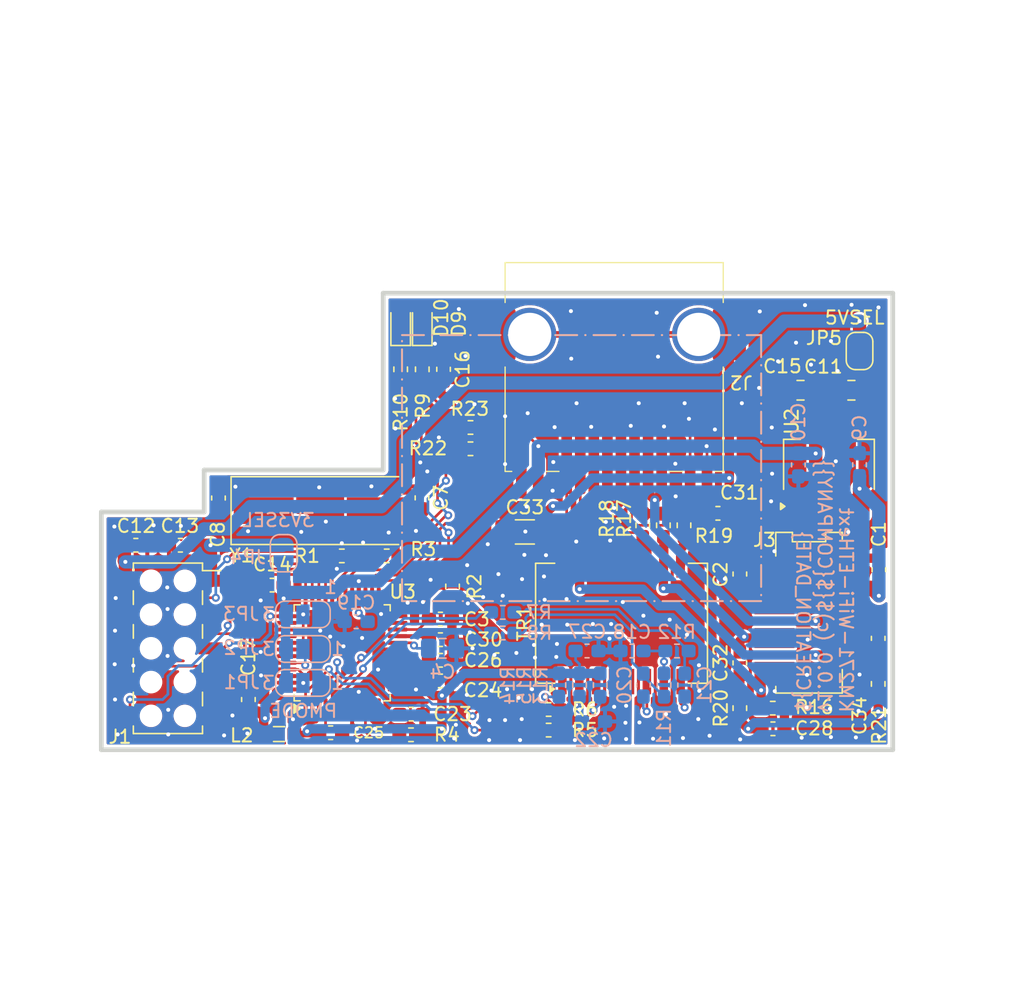
<source format=kicad_pcb>
(kicad_pcb (version 20241229) (generator "pcbnew") (generator_version "9.0")
  (title_block (title "KM271-WiFi-ETHext") (date "${CREATION_DATE}") (rev "${REVISION}") (company "${COMPANY}") (comment 1 "Author: ${AUTHOR}"))
  (layers (0 "F.Cu" signal) (2 "B.Cu" signal) (13 "F.Paste" user) (15 "B.Paste" user) (5 "F.SilkS" user "F.Silkscreen") (7 "B.SilkS" user "B.Silkscreen") (1 "F.Mask" user) (3 "B.Mask" user) (25 "Edge.Cuts" user))
  (property "REVISION" "v1.0.0")
  (net 0 "")
  (net 1 "nCS")
  (net 2 "SCL_X")
  (net 3 "MISO")
  (net 4 "SDA_X")
  (net 5 "MOSI")
  (net 6 "nINT")
  (net 7 "SCLK")
  (net 8 "GND")
  (net 9 "Net-(TR1-TD+)")
  (net 10 "Net-(TR1-C_TD)")
  (net 11 "Net-(TR1-TD-)")
  (net 12 "Net-(TR1-RD+)")
  (net 13 "Net-(TR1-C_RD)")
  (net 14 "Net-(TR1-RD-)")
  (net 15 "Net-(TR1-RX-)")
  (net 16 "POE_A2")
  (net 17 "Net-(TR1-RX+)")
  (net 18 "Net-(TR1-TX-)")
  (net 19 "POE_A1")
  (net 20 "Net-(TR1-TX+)")
  (net 21 "+3.3V")
  (net 22 "+5V")
  (net 23 "Net-(U3-TXN)")
  (net 24 "Net-(U3-TXP)")
  (net 25 "GNDA")
  (net 26 "+3.3VA")
  (net 27 "Net-(U3-RXN)")
  (net 28 "Net-(U3-RXP)")
  (net 30 "Net-(U3-EXRES1)")
  (net 35 "Net-(U3-SPDLED)")
  (net 36 "LED_LNK")
  (net 37 "Net-(U3-DUPLED)")
  (net 38 "LED_ACT")
  (net 39 "Net-(U3-XI{slash}CLKIN)")
  (net 40 "Net-(U3-XO)")
  (net 46 "Net-(JP3-C)")
  (net 47 "Net-(JP2-C)")
  (net 48 "Net-(JP1-C)")
  (net 51 "Net-(C8-Pad2)")
  (net 52 "POE_B1")
  (net 53 "POE_B2")
  (net 54 "Net-(J2-Pad10)")
  (net 55 "Net-(J2-Pad12)")
  (net 56 "Net-(C20-Pad1)")
  (net 57 "Net-(C21-Pad1)")
  (net 58 "Net-(C28-Pad1)")
  (net 59 "GNDPWR")
  (net 60 "Net-(C31-Pad1)")
  (net 61 "Net-(C32-Pad2)")
  (net 62 "Net-(C34-Pad2)")
  (net 63 "Net-(D9-K)")
  (net 64 "Net-(D10-K)")
  (net 65 "/3V3BUD")
  (net 66 "/5VBUD")
  (net 67 "Net-(U3-1V2O)")
  (net 68 "Net-(U3-TOCAP)")
  (footprint "Capacitor_SMD:C_0603_1608Metric_Pad1.08x0.95mm_HandSolder" (layer "F.Cu") (at 147.7 106.9 90)
    (property "Reference" "C17")
    (property "Value" "100n")
  )
  (footprint "Capacitor_SMD:C_0603_1608Metric_Pad1.08x0.95mm_HandSolder" (layer "F.Cu") (at 187.1375 109.1 180)
    (property "Reference" "C28")
    (property "Value" "4n7")
  )
  (footprint "Capacitor_SMD:C_0603_1608Metric_Pad1.08x0.95mm_HandSolder" (layer "F.Cu") (at 139.2375 95.3)
    (property "Reference" "C12")
    (property "Value" "100n")
  )
  (footprint "Capacitor_SMD:C_0603_1608Metric_Pad1.08x0.95mm_HandSolder" (layer "F.Cu") (at 184.65 97.4625 -90)
    (property "Reference" "C2")
    (property "Value" "100n")
  )
  (footprint "the78mole:WE-MM-690367290876" (layer "F.Cu") (at 189.85 100.375 90)
    (property "Reference" "J3")
    (property "Value" "MM-690367290876")
  )
  (footprint "Capacitor_SMD:C_0603_1608Metric_Pad1.08x0.95mm_HandSolder" (layer "F.Cu") (at 162.1375 103.95)
    (property "Reference" "C26")
    (property "Value" "100n")
  )
  (footprint "Package_TO_SOT_SMD:SOT-223-3_TabPin2" (layer "F.Cu") (at 191.348125 89.247237 90)
    (property "Reference" "U2")
    (property "Value" "AP1117-33")
  )
  (footprint "Jumper:SolderJumper-2_P1.3mm_Open_RoundedPad1.0x1.5mm" (layer "F.Cu") (at 193.648125 80.697237 90)
    (property "Reference" "JP5")
    (property "Value" "5V_BR")
  )
  (footprint "the78mole:WE_PinSocket_TH_2x05_P2.54mm_Vertical_SMD" (layer "F.Cu") (at 141.65 103.05)
    (property "Reference" "J1")
    (property "Value" "EXT")
  )
  (footprint "Capacitor_SMD:C_1206_3216Metric_Pad1.33x1.80mm_HandSolder" (layer "F.Cu") (at 168.4875 94.3)
    (property "Reference" "C33")
    (property "Value" "1n")
  )
  (footprint "Inductor_SMD:L_0603_1608Metric_Pad1.05x0.95mm_HandSolder" (layer "F.Cu") (at 184.648125 107.547237 90)
    (property "Reference" "R20")
    (property "Value" "49R9")
  )
  (footprint "Capacitor_SMD:C_0603_1608Metric_Pad1.08x0.95mm_HandSolder" (layer "F.Cu") (at 184.648125 104.147237 -90)
    (property "Reference" "C32")
    (property "Value" "4n7")
  )
  (footprint "Capacitor_SMD:C_0603_1608Metric_Pad1.08x0.95mm_HandSolder" (layer "F.Cu") (at 142.5875 95.3 180)
    (property "Reference" "C13")
    (property "Value" "100n")
  )
  (footprint "Capacitor_SMD:C_0603_1608Metric_Pad1.08x0.95mm_HandSolder" (layer "F.Cu") (at 162.1375 100.85)
    (property "Reference" "C3")
    (property "Value" "10n")
  )
  (footprint "Transformer_SMD:Transformer_Ethernet_Wuerth_749013011A" (layer "F.Cu") (at 175.753125 101.165 90)
    (property "Reference" "TR1")
    (property "Value" "Wuerth_7490100111A")
  )
  (footprint "LED_SMD:LED_0603_1608Metric_Pad1.05x0.95mm_HandSolder" (layer "F.Cu") (at 159.148125 78.622237 90)
    (property "Reference" "D10")
    (property "Value" "green")
  )
  (footprint "Inductor_SMD:L_0603_1608Metric_Pad1.05x0.95mm_HandSolder" (layer "F.Cu") (at 158.1 96.1)
    (property "Reference" "R3")
    (property "Value" "1M")
  )
  (footprint "Capacitor_SMD:C_0603_1608Metric_Pad1.08x0.95mm_HandSolder" (layer "F.Cu") (at 195.05 102.3 -90)
    (property "Reference" "C34")
    (property "Value" "4n7")
  )
  (footprint "the78mole:WE-MJ-634008137521" (layer "F.Cu") (at 175.2 79.45 180)
    (property "Reference" "J2")
    (property "Value" "WE-634008137521")
  )
  (footprint "Inductor_SMD:L_0603_1608Metric_Pad1.05x0.95mm_HandSolder" (layer "F.Cu") (at 177.35 93.8 -90)
    (property "Reference" "R18")
    (property "Value" "150")
  )
  (footprint "Inductor_SMD:L_0603_1608Metric_Pad1.05x0.95mm_HandSolder" (layer "F.Cu") (at 154.725 96.1 180)
    (property "Reference" "R1")
    (property "Value" "0")
  )
  (footprint "Capacitor_SMD:C_0603_1608Metric_Pad1.08x0.95mm_HandSolder" (layer "F.Cu") (at 162.1375 105.5)
    (property "Reference" "C24")
    (property "Value" "100n")
  )
  (footprint "Capacitor_SMD:C_0603_1608Metric_Pad1.08x0.95mm_HandSolder" (layer "F.Cu") (at 159.9375 108)
    (property "Reference" "C23")
    (property "Value" "100n")
  )
  (footprint "Crystal:Crystal_SMD_HC49-SD" (layer "F.Cu") (at 153.098125 92.697237)
    (property "Reference" "Y1")
    (property "Value" "25M")
  )
  (footprint "Capacitor_SMD:C_0603_1608Metric_Pad1.08x0.95mm_HandSolder" (layer "F.Cu") (at 162.1375 102.4)
    (property "Reference" "C30")
    (property "Value" "2u2")
  )
  (footprint "Inductor_SMD:L_0603_1608Metric_Pad1.05x0.95mm_HandSolder" (layer "F.Cu") (at 159.148125 82.072237 -90)
    (property "Reference" "R10")
    (property "Value" "680")
  )
  (footprint "Inductor_SMD:L_0805_2012Metric_Pad1.05x1.20mm_HandSolder" (layer "F.Cu") (at 150 109.497237)
    (property "Reference" "L2")
    (property "Value" "FB")
  )
  (footprint "Capacitor_SMD:C_0603_1608Metric_Pad1.08x0.95mm_HandSolder" (layer "F.Cu") (at 195.1 97.1375 -90)
    (property "Reference" "C1")
    (property "Value" "100n")
  )
  (footprint "Capacitor_SMD:C_0603_1608Metric_Pad1.08x0.95mm_HandSolder" (layer "F.Cu") (at 149.4875 98.3 180)
    (property "Reference" "C14")
    (property "Value" "2u2")
  )
  (footprint "Inductor_SMD:L_0603_1608Metric_Pad1.05x0.95mm_HandSolder" (layer "F.Cu") (at 178.9 93.8 -90)
    (property "Reference" "R17")
    (property "Value" "75")
  )
  (footprint "Capacitor_SMD:C_0603_1608Metric_Pad1.08x0.95mm_HandSolder" (layer "F.Cu") (at 162.373125 82.072237 -90)
    (property "Reference" "C16")
    (property "Value" "100n")
  )
  (footprint "Inductor_SMD:L_0603_1608Metric_Pad1.05x0.95mm_HandSolder" (layer "F.Cu") (at 163.05 98.4 90)
    (property "Reference" "R2")
    (property "Value" "0")
  )
  (footprint "Capacitor_SMD:C_0805_2012Metric_Pad1.18x1.45mm_HandSolder" (layer "F.Cu") (at 189.210625 83.647237)
    (property "Reference" "C15")
    (property "Value" "22u")
  )
  (footprint "Capacitor_SMD:C_0805_2012Metric_Pad1.18x1.45mm_HandSolder" (layer "F.Cu") (at 193.035625 83.647237 180)
    (property "Reference" "C11")
    (property "Value" "22u")
  )
  (footprint "Capacitor_SMD:C_0603_1608Metric_Pad1.08x0.95mm_HandSolder" (layer "F.Cu") (at 183 92.9)
    (property "Reference" "C31")
    (property "Value" "4n7")
  )
  (footprint "Inductor_SMD:L_0603_1608Metric_Pad1.05x0.95mm_HandSolder" (layer "F.Cu") (at 187.125 107.55 180)
    (property "Reference" "R16")
    (property "Value" "75")
  )
  (footprint "Inductor_SMD:L_0603_1608Metric_Pad1.05x0.95mm_HandSolder" (layer "F.Cu") (at 170.273125 107.65 180)
    (property "Reference" "R6")
    (property "Value" "33")
  )
  (footprint "Inductor_SMD:L_0603_1608Metric_Pad1.05x0.95mm_HandSolder" (layer "F.Cu") (at 164.398125 88.047237)
    (property "Reference" "R22")
    (property "Value" "330")
  )
  (footprint "Inductor_SMD:L_0603_1608Metric_Pad1.05x0.95mm_HandSolder" (layer "F.Cu") (at 160.773125 82.072237 -90)
    (property "Reference" "R9")
    (property "Value" "680")
  )
  (footprint "Inductor_SMD:L_0603_1608Metric_Pad1.05x0.95mm_HandSolder" (layer "F.Cu") (at 180.45 93.8 -90)
    (property "Reference" "R19")
    (property "Value" "150")
  )
  (footprint "Inductor_SMD:L_0603_1608Metric_Pad1.05x0.95mm_HandSolder" (layer "F.Cu") (at 195.05 105.725 90)
    (property "Reference" "R21")
    (property "Value" "49R9")
  )
  (footprint "Inductor_SMD:L_0603_1608Metric_Pad1.05x0.95mm_HandSolder" (layer "F.Cu") (at 170.273125 109.2 180)
    (property "Reference" "R5")
    (property "Value" "33")
  )
  (footprint "Capacitor_SMD:C_0603_1608Metric_Pad1.08x0.95mm_HandSolder" (layer "F.Cu") (at 153.885625 109.397237)
    (property "Reference" "C25")
    (property "Value" "100n")
  )
  (footprint "Capacitor_SMD:C_0603_1608Metric_Pad1.08x0.95mm_HandSolder" (layer "F.Cu") (at 145.45 91.75 -90)
    (property "Reference" "C8")
    (property "Value" "18p")
  )
  (footprint "Inductor_SMD:L_0603_1608Metric_Pad1.05x0.95mm_HandSolder" (layer "F.Cu") (at 164.398125 86.447237)
    (property "Reference" "R23")
    (property "Value" "330")
  )
  (footprint "Package_QFP:LQFP-48_7x7mm_P0.5mm" (layer "F.Cu") (at 154.75 103.3875 90)
    (property "Reference" "U3")
    (property "Value" "W5500")
  )
  (footprint "LED_SMD:LED_0603_1608Metric_Pad1.05x0.95mm_HandSolder" (layer "F.Cu") (at 160.773125 78.622237 90)
    (property "Reference" "D9")
    (property "Value" "red")
  )
  (footprint "Capacitor_SMD:C_0603_1608Metric_Pad1.08x0.95mm_HandSolder" (layer "F.Cu") (at 160.75 91.7375 -90)
    (property "Reference" "C7")
    (property "Value" "18p")
  )
  (footprint "Inductor_SMD:L_0603_1608Metric_Pad1.05x0.95mm_HandSolder" (layer "F.Cu") (at 159.925 109.55 180)
    (property "Reference" "R4")
    (property "Value" "12K4")
  )
  (footprint "Inductor_SMD:L_0603_1608Metric_Pad1.05x0.95mm_HandSolder" (layer "B.Cu") (at 178.948125 105.8125 -90)
    (property "Reference" "R11")
    (property "Value" "82")
  )
  (footprint "Capacitor_SMD:C_0603_1608Metric_Pad1.08x0.95mm_HandSolder" (layer "B.Cu") (at 176.5375 103.25 180)
    (property "Reference" "C18")
    (property "Value" "10n")
  )
  (footprint "Capacitor_SMD:C_0603_1608Metric_Pad1.08x0.95mm_HandSolder" (layer "B.Cu") (at 173.65 108.55)
    (property "Reference" "C22")
    (property "Value" "22n")
  )
  (footprint "Inductor_SMD:L_0603_1608Metric_Pad1.05x0.95mm_HandSolder" (layer "B.Cu") (at 166.823125 100.347237 180)
    (property "Reference" "R7")
    (property "Value" "33")
  )
  (footprint "Jumper:SolderJumper-3_P1.3mm_Open_RoundedPad1.0x1.5mm_NumberLabels" (layer "B.Cu") (at 151.8 100.5 180)
    (property "Reference" "JP3")
    (property "Value" "PM2")
  )
  (footprint "Capacitor_SMD:C_0603_1608Metric_Pad1.08x0.95mm_HandSolder" (layer "B.Cu") (at 180.498125 105.8125 -90)
    (property "Reference" "C21")
    (property "Value" "6n8")
  )
  (footprint "Jumper:SolderJumper-3_P1.3mm_Open_RoundedPad1.0x1.5mm_NumberLabels" (layer "B.Cu") (at 151.8 103.1 180)
    (property "Reference" "JP2")
    (property "Value" "PM1")
  )
  (footprint "Capacitor_SMD:C_0603_1608Metric_Pad1.08x0.95mm_HandSolder" (layer "B.Cu") (at 155.8 101.05 180)
    (property "Reference" "C19")
    (property "Value" "100n")
  )
  (footprint "Inductor_SMD:L_0603_1608Metric_Pad1.05x0.95mm_HandSolder" (layer "B.Cu") (at 171.048125 105.8125 90)
    (property "Reference" "R14")
    (property "Value" "49R9")
  )
  (footprint "Jumper:SolderJumper-2_P1.3mm_Open_RoundedPad1.0x1.5mm" (layer "B.Cu") (at 150.35 95.9 90)
    (property "Reference" "JP4")
    (property "Value" "3V3_BR")
  )
  (footprint "Inductor_SMD:L_0603_1608Metric_Pad1.05x0.95mm_HandSolder" (layer "B.Cu") (at 179.923125 103.25)
    (property "Reference" "R12")
    (property "Value" "82")
  )
  (footprint "Inductor_SMD:L_0603_1608Metric_Pad1.05x0.95mm_HandSolder" (layer "B.Cu") (at 174.148125 105.8125 90)
    (property "Reference" "R13")
    (property "Value" "49R9")
  )
  (footprint "Capacitor_SMD:C_0603_1608Metric_Pad1.08x0.95mm_HandSolder" (layer "B.Cu") (at 173.1625 103.25)
    (property "Reference" "C27")
    (property "Value" "100n")
  )
  (footprint "Jumper:SolderJumper-3_P1.3mm_Open_RoundedPad1.0x1.5mm_NumberLabels" (layer "B.Cu") (at 151.8 105.65 180)
    (property "Reference" "JP1")
    (property "Value" "PM0")
  )
  (footprint "Capacitor_SMD:C_0805_2012Metric_Pad1.18x1.45mm_HandSolder" (layer "B.Cu") (at 162.3 103.05)
    (property "Reference" "C4")
    (property "Value" "4u7")
  )
  (footprint "Capacitor_SMD:C_0603_1608Metric_Pad1.08x0.95mm_HandSolder" (layer "B.Cu") (at 193.648125 89.247237 90)
    (property "Reference" "C9")
    (property "Value" "100n" (hide yes))
  )
  (footprint "Capacitor_SMD:C_0603_1608Metric_Pad1.08x0.95mm_HandSolder" (layer "B.Cu") (at 189.048125 89.259737 -90)
    (property "Reference" "C10")
    (property "Value" "100n" (hide yes))
  )
  (footprint "Inductor_SMD:L_0603_1608Metric_Pad1.05x0.95mm_HandSolder" (layer "B.Cu") (at 166.823125 101.897237 180)
    (property "Reference" "R8")
    (property "Value" "33")
  )
  (footprint "Capacitor_SMD:C_0603_1608Metric_Pad1.08x0.95mm_HandSolder" (layer "B.Cu") (at 177.398125 105.8125 -90)
    (property "Reference" "C20")
    (property "Value" "6n8")
  )
  (footprint "Inductor_SMD:L_0603_1608Metric_Pad1.05x0.95mm_HandSolder" (layer "B.Cu") (at 172.598125 105.8125 90)
    (property "Reference" "R15")
    (property "Value" "10")
  )
  (gr_rect (start 159.25 79.5) (end 186.25 99.5) (stroke (width 0.15) (type dash_dot)) (fill no) (layer "B.SilkS"))
  (gr_line (start 144.372433 92.8) (end 136.64165 92.8) (stroke (width 0.349999)) (layer "Edge.Cuts"))
  (gr_line (start 157.833599 76.347237) (end 157.833599 89.643925) (stroke (width 0.349999)) (layer "Edge.Cuts"))
  (gr_line (start 196.148125 110.678483) (end 196.148125 76.347237) (stroke (width 0.349999)) (layer "Edge.Cuts"))
  (gr_line (start 136.64165 110.678483) (end 196.148125 110.678483) (stroke (width 0.349999)) (layer "Edge.Cuts"))
  (gr_line (start 144.372433 89.643925) (end 144.372433 92.8) (stroke (width 0.349999)) (layer "Edge.Cuts"))
  (gr_line (start 136.64165 92.8) (end 136.64165 110.678483) (stroke (width 0.349999)) (layer "Edge.Cuts"))
  (gr_line (start 196.148125 76.347237) (end 157.833599 76.347237) (stroke (width 0.349999)) (layer "Edge.Cuts"))
  (gr_line (start 157.833599 89.643925) (end 144.372433 89.643925) (stroke (width 0.349999)) (layer "Edge.Cuts"))
  (gr_text "5VSEL" (at 190.948125 78.772237 0) (layer "F.SilkS") (effects (font (size 1 1)) (justify left bottom)))
  (gr_text "${TITLE}\n${REVISION} (c)${COMPANY}\n${ISSUE_DATE}" (at 188.823125 107.972237 270) (layer "B.SilkS") (effects (font (size 1 1)) (justify left bottom mirror)))
  (gr_text "PMODE" (at 154.473125 108.347237 0) (layer "B.SilkS") (effects (font (size 1 1)) (justify left bottom mirror)))
  (gr_text "3V3SEL" (at 152.773125 93.997237 0) (layer "B.SilkS") (effects (font (size 1 1)) (justify left bottom mirror)))
  (segment (start 154 97.65) (end 152.122237 95.772237) (width 0.2) (layer "F.Cu") (net 1))
  (segment (start 154 99.225) (end 154 97.65) (width 0.2) (layer "F.Cu") (net 1))
  (segment (start 145.25 99.25) (end 140.05 99.25) (width 0.2) (layer "F.Cu") (net 1))
  (segment (start 152.122237 95.772237) (end 146.677763 95.772237) (width 0.2) (layer "F.Cu") (net 1))
  (segment (start 138.79 100.51) (end 138.45 100.51) (width 0.2) (layer "F.Cu") (net 1))
  (segment (start 140.05 99.25) (end 138.79 100.51) (width 0.2) (layer "F.Cu") (net 1))
  (segment (start 146.677763 95.772237) (end 146.1 96.35) (width 0.2) (layer "F.Cu") (net 1))
  (via (at 145.25 99.25) (size 0.6) (drill 0.3) (layers "F.Cu" "B.Cu") (net 1))
  (via (at 146.1 96.35) (size 0.6) (drill 0.3) (layers "F.Cu" "B.Cu") (net 1))
  (segment (start 146.1 96.35) (end 145.25 97.2) (width 0.2) (layer "B.Cu") (net 1))
  (segment (start 145.25 97.2) (end 145.25 99.25) (width 0.2) (layer "B.Cu") (net 1))
  (segment (start 151.830437 96.696237) (end 153 97.8658) (width 0.2) (layer "F.Cu") (net 3))
  (segment (start 146.798125 101.54718) (end 146.798125 97.648436) (width 0.2) (layer "F.Cu") (net 3))
  (segment (start 153 97.8658) (end 153 99.225) (width 0.2) (layer "F.Cu") (net 3))
  (segment (start 147.750324 96.696237) (end 151.830437 96.696237) (width 0.2) (layer "F.Cu") (net 3))
  (segment (start 138.45 103.05) (end 138.920362 103.05) (width 0.2) (layer "F.Cu") (net 3))
  (segment (start 146.798125 97.648436) (end 147.750324 96.696237) (width 0.2) (layer "F.Cu") (net 3))
  (segment (start 138.920362 103.05) (end 140.022125 101.948237) (width 0.2) (layer "F.Cu") (net 3))
  (segment (start 140.022125 101.948237) (end 146.397068 101.948237) (width 0.2) (layer "F.Cu") (net 3))
  (segment (start 146.397068 101.948237) (end 146.798125 101.54718) (width 0.2) (layer "F.Cu") (net 3))
  (segment (start 150.5875 100.6375) (end 149.357862 100.6375) (width 0.25) (layer "F.Cu") (net 4))
  (segment (start 145.845362 103.05) (end 146.248125 102.647237) (width 0.25) (layer "F.Cu") (net 4))
  (segment (start 149.357862 100.6375) (end 149.348125 100.647237) (width 0.25) (layer "F.Cu") (net 4))
  (segment (start 144.85 103.05) (end 145.845362 103.05) (width 0.25) (layer "F.Cu") (net 4))
  (via (at 146.248125 102.647237) (size 0.6) (drill 0.3) (layers "F.Cu" "B.Cu") (net 4))
  (via (at 149.348125 100.647237) (size 0.6) (drill 0.3) (layers "F.Cu" "B.Cu") (net 4))
  (segment (start 146.248125 102.647237) (end 148.648125 102.647237) (width 0.25) (layer "B.Cu") (net 4))
  (segment (start 149.348125 101.947237) (end 149.348125 100.647237) (width 0.25) (layer "B.Cu") (net 4))
  (segment (start 148.648125 102.647237) (end 149.348125 101.947237) (width 0.25) (layer "B.Cu") (net 4))
  (segment (start 151.664337 97.097237) (end 152.5 97.9329) (width 0.2) (layer "F.Cu") (net 5))
  (segment (start 152.5 97.9329) (end 152.5 99.225) (width 0.2) (layer "F.Cu") (net 5))
  (segment (start 147.3855 97.628161) (end 147.916424 97.097237) (width 0.2) (layer "F.Cu") (net 5))
  (segment (start 147.3855 101.734612) (end 147.3855 97.628161) (width 0.2) (layer "F.Cu") (net 5))
  (segment (start 139.973125 104.397237) (end 146.198125 104.397237) (width 0.2) (layer "F.Cu") (net 5))
  (segment (start 147.398125 103.197237) (end 147.398125 101.747237) (width 0.2) (layer "F.Cu") (net 5))
  (segment (start 147.398125 101.747237) (end 147.3855 101.734612) (width 0.2) (layer "F.Cu") (net 5))
  (segment (start 146.198125 104.397237) (end 147.398125 103.197237) (width 0.2) (layer "F.Cu") (net 5))
  (segment (start 138.780362 105.59) (end 139.973125 104.397237) (width 0.2) (layer "F.Cu") (net 5))
  (segment (start 138.45 105.59) (end 138.780362 105.59) (width 0.2) (layer "F.Cu") (net 5))
  (segment (start 147.916424 97.097237) (end 151.664337 97.097237) (width 0.2) (layer "F.Cu") (net 5))
  (segment (start 147.7865 97.832866) (end 147.7865 98.767134) (width 0.2) (layer "F.Cu") (net 6))
  (segment (start 147.823125 97.757636) (end 147.823125 97.796241) (width 0.2) (layer "F.Cu") (net 6))
  (segment (start 152 99.225) (end 152 98) (width 0.2) (layer "F.Cu") (net 6))
  (segment (start 151.5 97.5) (end 148.080761 97.5) (width 0.2) (layer "F.Cu") (net 6))
  (segment (start 147.823125 103.976875) (end 146.21 105.59) (width 0.2) (layer "F.Cu") (net 6))
  (segment (start 152 98) (end 151.5 97.5) (width 0.2) (layer "F.Cu") (net 6))
  (segment (start 147.823125 97.796241) (end 147.7865 97.832866) (width 0.2) (layer "F.Cu") (net 6))
  (segment (start 147.7865 98.767134) (end 147.823125 98.803759) (width 0.2) (layer "F.Cu") (net 6))
  (segment (start 148.080761 97.5) (end 147.823125 97.757636) (width 0.2) (layer "F.Cu") (net 6))
  (segment (start 146.21 105.59) (end 144.85 105.59) (width 0.2) (layer "F.Cu") (net 6))
  (segment (start 147.823125 98.803759) (end 147.823125 103.976875) (width 0.2) (layer "F.Cu") (net 6))
  (segment (start 153.5 97.75) (end 153.5 99.225) (width 0.2) (layer "F.Cu") (net 7))
  (segment (start 138.8 106.9) (end 138.8 107.78) (width 0.2) (layer "F.Cu") (net 7))
  (segment (start 138.8 107.78) (end 138.45 108.13) (width 0.2) (layer "F.Cu") (net 7))
  (segment (start 146.323125 101.172237) (end 146.323125 97.39256) (width 0.2) (layer "F.Cu") (net 7))
  (segment (start 147.542448 96.173237) (end 151.923237 96.173237) (width 0.2) (layer "F.Cu") (net 7))
  (segment (start 146.323125 97.39256) (end 147.542448 96.173237) (width 0.2) (layer "F.Cu") (net 7))
  (segment (start 146.148125 101.347237) (end 146.323125 101.172237) (width 0.2) (layer "F.Cu") (net 7))
  (segment (start 151.923237 96.173237) (end 153.5 97.75) (width 0.2) (layer "F.Cu") (net 7))
  (via (at 138.8 106.9) (size 0.6) (drill 0.3) (layers "F.Cu" "B.Cu") (net 7))
  (via (at 146.148125 101.347237) (size 0.6) (drill 0.3) (layers "F.Cu" "B.Cu") (net 7))
  (segment (start 141.65 106.5) (end 141.25 106.9) (width 0.2) (layer "B.Cu") (net 7))
  (segment (start 143.45 104.35) (end 142.45 104.35) (width 0.2) (layer "B.Cu") (net 7))
  (segment (start 141.65 105.15) (end 141.65 106.5) (width 0.2) (layer "B.Cu") (net 7))
  (segment (start 142.45 104.35) (end 141.65 105.15) (width 0.2) (layer "B.Cu") (net 7))
  (segment (start 146.148125 101.347237) (end 146.148125 101.651875) (width 0.2) (layer "B.Cu") (net 7))
  (segment (start 146.148125 101.651875) (end 143.45 104.35) (width 0.2) (layer "B.Cu") (net 7))
  (segment (start 141.25 106.9) (end 138.8 106.9) (width 0.2) (layer "B.Cu") (net 7))
  (segment (start 148.625 103.975) (end 148.65 104) (width 0.7) (layer "F.Cu") (net 8))
  (segment (start 144.85 108.13) (end 146.47 108.13) (width 0.7) (layer "F.Cu") (net 8))
  (segment (start 192.795 96.275) (end 192.45 95.93) (width 0.7) (layer "F.Cu") (net 8))
  (segment (start 162.675 97.9) (end 161.4 97.9) (width 0.7) (layer "F.Cu") (net 8))
  (segment (start 184.65 96.6) (end 184.65 95.1) (width 0.7) (layer "F.Cu") (net 8))
  (segment (start 186.872237 96.822237) (end 184.872237 96.822237) (width 0.7) (layer "F.Cu") (net 8))
  (segment (start 147.7 106.0375) (end 146.5 107.2375) (width 0.7) (layer "F.Cu") (net 8))
  (segment (start 187.25 97.2) (end 186.872237 96.822237) (width 0.7) (layer "F.Cu") (net 8))
  (segment (start 189.05 93.95) (end 189.05 92.399112) (width 0.7) (layer "F.Cu") (net 8))
  (segment (start 154.873125 100.622237) (end 154.873125 102.872237) (width 0.2) (layer "F.Cu") (net 8))
  (segment (start 190.248125 83.647237) (end 191.998125 83.647237) (width 0.7) (layer "F.Cu") (net 8))
  (segment (start 160.75 90.875) (end 160.75 90.15) (width 0.7) (layer "F.Cu") (net 8))
  (segment (start 184.65 95.1) (end 185.85 93.9) (width 0.7) (layer "F.Cu") (net 8))
  (segment (start 146.5 107.2375) (end 146.5 108.1) (width 0.7) (layer "F.Cu") (net 8))
  (segment (start 154.873125 102.872237) (end 154.848125 102.897237) (width 0.2) (layer "F.Cu") (net 8))
  (segment (start 166.925 89.275014) (end 167 89.200014) (width 0.7) (layer "F.Cu") (net 8))
  (segment (start 185.85 85.674112) (end 184.798125 84.622237) (width 0.7) (layer "F.Cu") (net 8))
  (segment (start 185.85 93.9) (end 185.85 85.674112) (width 0.7) (layer "F.Cu") (net 8))
  (segment (start 155.5 100.038971) (end 154.916734 100.622237) (width 0.2) (layer "F.Cu") (net 8))
  (segment (start 148.474125 103.171362) (end 148.474125 99.598112) (width 0.7) (layer "F.Cu") (net 8))
  (segment (start 172.373125 84.622237) (end 177.048125 84.622237) (width 0.7) (layer "F.Cu") (net 8))
  (segment (start 162.373125 82.934737) (end 164.334737 82.934737) (width 0.5) (layer "F.Cu") (net 8))
  (segment (start 163.05 97.525) (end 162.675 97.9) (width 0.7) (layer "F.Cu") (net 8))
  (segment (start 189.05 92.399112) (end 189.048125 92.397237) (width 0.7) (layer "F.Cu") (net 8))
  (segment (start 166.925 95.825) (end 165.225 97.525) (width 0.7) (layer "F.Cu") (net 8))
  (segment (start 167.977763 84.622237) (end 167 85.6) (width 0.7) (layer "F.Cu") (net 8))
  (segment (start 146.47 108.13) (end 146.5 108.1) (width 0.7) (layer "F.Cu") (net 8))
  (segment (start 184.872237 96.822237) (end 184.65 96.6) (width 0.7) (layer "F.Cu") (net 8))
  (segment (start 191.998125 83.647237) (end 191.998125 82.201875) (width 0.7) (layer "F.Cu") (net 8))
  (segment (start 160.75 90.15) (end 161.15 89.75) (width 0.7) (layer "F.Cu") (net 8))
  (segment (start 191.998125 82.201875) (end 192 82.2) (width 0.7) (layer "F.Cu") (net 8))
  (segment (start 167.977763 84.622237) (end 172.373125 84.622237) (width 0.7) (layer "F.Cu") (net 8))
  (segment (start 148.625 103.322237) (end 148.474125 103.171362) (width 0.7) (layer "F.Cu") (net 8))
  (segment (start 155.5 99.225) (end 155.5 100.038971) (width 0.2) (layer "F.Cu") (net 8))
  (segment (start 192.45 94.65) (end 192.8 94.3) (width 0.7) (layer "F.Cu") (net 8))
  (segment (start 148.625 98.3) (end 148.625 99.447237) (width 0.7) (layer "F.Cu") (net 8))
  (segment (start 148.474125 99.598112) (end 148.625 99.447237) (width 0.7) (layer "F.Cu") (net 8))
  (segment (start 166.925 94.3) (end 166.925 89.275014) (width 0.7) (layer "F.Cu") (net 8))
  (segment (start 195.1 96.275) (end 192.795 96.275) (width 0.7) (layer "F.Cu") (net 8))
  (segment (start 164.334737 82.934737) (end 167 85.6) (width 0.5) (layer "F.Cu") (net 8))
  (segment (start 177.048125 84.622237) (end 180.498125 84.622237) (width 0.7) (layer "F.Cu") (net 8))
  (segment (start 187.25 95.75) (end 187.25 97.2) (width 0.7) (layer "F.Cu") (net 8))
  (segment (start 187.25 95.75) (end 189.05 93.95) (width 0.7) (layer "F.Cu") (net 8))
  (segment (start 192.45 95.93) (end 192.45 94.65) (width 0.7) (layer "F.Cu") (net 8))
  (segment (start 166.925 94.3) (end 166.925 95.825) (width 0.7) (layer "F.Cu") (net 8))
  (segment (start 148.625 103.322237) (end 148.625 103.975) (width 0.7) (layer "F.Cu") (net 8))
  (segment (start 154.916734 100.622237) (end 154.873125 100.622237) (width 0.2) (layer "F.Cu") (net 8))
  (segment (start 148.65 104) (end 148.65 105.0875) (width 0.7) (layer "F.Cu") (net 8))
  (segment (start 165.225 97.525) (end 163.05 97.525) (width 0.7) (layer "F.Cu") (net 8))
  (segment (start 148.65 105.0875) (end 147.7 106.0375) (width 0.7) (layer "F.Cu") (net 8))
  (via (at 156.948125 90.872237) (size 0.6) (drill 0.3) (layers "F.Cu" "B.Cu") (net 8))
  (via (at 187.073125 89.922237) (size 0.6) (drill 0.3) (layers "F.Cu" "B.Cu") (net 8))
  (via (at 161.723125 80.147237) (size 0.6) (drill 0.3) (layers "F.Cu" "B.Cu") (net 8))
  (via (at 146.723125 90.897237) (size 0.6) (drill 0.3) (layers "F.Cu" "B.Cu") (net 8))
  (via (at 176.448125 86.322237) (size 0.6) (drill 0.3) (layers "F.Cu" "B.Cu") (net 8))
  (via (at 193.048125 77.222237) (size 0.6) (drill 0.3) (layers "F.Cu" "B.Cu") (net 8))
  (via (at 161.4 97.9) (size 0.6) (drill 0.3) (layers "F.Cu" "B.Cu") (net 8))
  (via (at 165.698125 95.222237) (size 0.6) (drill 0.3) (layers "F.Cu" "B.Cu") (net 8))
  (via (at 192 82.2) (size 0.6) (drill 0.3) (layers "F.Cu" "B.Cu") (net 8))
  (via (at 148.625 103.322237) (size 0.6) (drill 0.3) (layers "F.Cu" "B.Cu") (net 8))
  (via (at 158.748125 86.522237) (size 0.6) (drill 0.3) (layers "F.Cu" "B.Cu") (net 8))
  (via (at 171.673125 101.272237) (size 0.6) (drill 0.3) (layers "F.Cu" "B.Cu") (net 8))
  (via (at 156.248125 102.272237) (size 0.6) (drill 0.3) (layers "F.Cu" "B.Cu") (net 8))
  (via (at 147.623125 109.45) (size 0.6) (drill 0.3) (layers "F.Cu" "B.Cu") (net 8))
  (via (at 160.623125 89.072237) (size 0.6) (drill 0.3) (layers "F.Cu" "B.Cu") (net 8))
  (via (at 168.623125 92.397237) (size 0.6) (drill 0.3) (layers "F.Cu" "B.Cu") (net 8))
  (via (at 147.673125 94.247237) (size 0.6) (drill 0.3) (layers "F.Cu" "B.Cu") (net 8))
  (via (at 184.673125 109.897237) (size 0.6) (drill 0.3) (layers "F.Cu" "B.Cu") (net 8))
  (via (at 177.098125 108.622237) (size 0.6) (drill 0.3) (layers "F.Cu" "B.Cu") (net 8))
  (via (at 153.848125 102.172237) (size 0.6) (drill 0.3) (layers "F.Cu" "B.Cu") (net 8))
  (via (at 170.623125 89.047237) (size 0.6) (drill 0.3) (layers "F.Cu" "B.Cu") (net 8))
  (via (at 137.673125 106.897237) (size 0.6) (drill 0.3) (layers "F.Cu" "B.Cu") (net 8))
  (via (at 169.923125 97.647237) (size 0.6) (drill 0.3) (layers "F.Cu" "B.Cu") (net 8))
  (via (at 189.548125 77.247237) (size 0.6) (drill 0.3) (layers "F.Cu" "B.Cu") (net 8))
  (via (at 191.862944 88.987056) (size 0.6) (drill 0.3) (layers "F.Cu" "B.Cu") (net 8))
  (via (at 146.5 108.1) (size 0.6) (drill 0.3) (layers "F.Cu" "B.Cu") (net 8))
  (via (at 195.098125 109.697237) (size 0.6) (drill 0.3) (layers "F.Cu" "B.Cu") (net 8))
  (via (at 148.625 99.447237) (size 0.6) (drill 0.3) (layers "F.Cu" "B.Cu") (net 8))
  (via (at 182.773125 86.597237) (size 0.6) (drill 0.3) (layers "F.Cu" "B.Cu") (net 8))
  (via (at 164.148125 96.797237) (size 0.6) (drill 0.3) (layers "F.Cu" "B.Cu") (net 8))
  (via (at 179.823125 91.622237) (size 0.6) (drill 0.3) (layers "F.Cu" "B.Cu") (net 8))
  (via (at 142.623125 93.847237) (size 0.6) (drill 0.3) (layers "F.Cu" "B.Cu") (net 8))
  (via (at 145.873125 109.597237) (size 0.6) (drill 0.3) (layers "F.Cu" "B.Cu") (net 8))
  (via (at 137.873125 109.522237) (size 0.6) (drill 0.3) (layers "F.Cu" "B.Cu") (net 8))
  (via (at 174.973125 101.222237) (size 0.6) (drill 0.3) (layers "F.Cu" "B.Cu") (net 8))
  (via (at 158.248125 94.347237) (size 0.6) (drill 0.3) (layers "F.Cu" "B.Cu") (net 8))
  (via (at 148.65 105.0875) (size 0.6) (drill 0.3) (layers "F.Cu" "B.Cu") (net 8))
  (via (at 179.373125 100.897237) (size 0.6) (drill 0.3) (layers "F.Cu" "B.Cu") (net 8))
  (via (at 180.373125 109.797237) (size 0.6) (drill 0.3) (layers "F.Cu" "B.Cu") (net 8))
  (via (at 153.1 101.722237) (size 0.6) (drill 0.3) (layers "F.Cu" "B.Cu") (net 8))
  (via (at 195.073125 77.422237) (size 0.6) (drill 0.3) (layers "F.Cu" "B.Cu") (net 8))
  (via (at 158.723125 84.272237) (size 0.6) (drill 0.3) (layers "F.Cu" "B.Cu") (net 8))
  (via (at 167 89.200014) (size 0.6) (drill 0.3) (layers "F.Cu" "B.Cu") (net 8))
  (via (at 154.723125 95.147237) (size 0.6) (drill 0.3) (layers "F.Cu" "B.Cu") (net 8))
  (via (at 141.598125 98.472237) (size 0.6) (drill 0.3) (layers "F.Cu" "B.Cu") (net 8))
  (via (at 182.373125 109.622237) (size 0.6) (drill 0.3) (layers "F.Cu" "B.Cu") (net 8))
  (via (at 189.998125 81.722237) (size 0.6) (drill 0.3) (layers "F.Cu" "B.Cu") (net 8))
  (via (at 137.723125 99.272237) (size 0.6) (drill 0.3) (layers "F.Cu" "B.Cu") (net 8))
  (via (at 172.373125 84.622237) (size 0.6) (drill 0.3) (layers "F.Cu" "B.Cu") (net 8))
  (via (at 180.498125 84.622237) (size 0.6) (drill 0.3) (layers "F.Cu" "B.Cu") (net 8))
  (via (at 161.15 89.75) (size 0.6) (drill 0.3) (layers "F.Cu" "B.Cu") (net 8))
  (via (at 178.398125 77.822237) (size 0.6) (drill 0.3) (layers "F.Cu" "B.Cu") (net 8))
  (via (at 169.748125 101.272237) (size 0.6) (drill 0.3) (layers "F.Cu" "B.Cu") (net 8))
  (via (at 167 85.6) (size 0.6) (drill 0.3) (layers "F.Cu" "B.Cu") (net 8))
  (via (at 191.498125 109.722237) (size 0.6) (drill 0.3) (layers "F.Cu" "B.Cu") (net 8))
  (via (at 165.348125 99.197237) (size 0.6) (drill 0.3) (layers "F.Cu" "B.Cu") (net 8))
  (via (at 171.623125 99.347237) (size 0.6) (drill 0.3) (layers "F.Cu" "B.Cu") (net 8))
  (via (at 191.423125 107.597237) (size 0.6) (drill 0.3) (layers "F.Cu" "B.Cu") (net 8))
  (via (at 191.498125 79.947237) (size 0.6) (drill 0.3) (layers "F.Cu" "B.Cu") (net 8))
  (via (at 179.798125 89.172237) (size 0.6) (drill 0.3) (layers "F.Cu" "B.Cu") (net 8))
  (via (at 156.323125 95.097237) (size 0.6) (drill 0.3) (layers "F.Cu" "B.Cu") (net 8))
  (via (at 173.473125 86.397237) (size 0.6) (drill 0.3) (layers "F.Cu" "B.Cu") (net 8))
  (via (at 193.373125 109.747237) (size 0.6) (drill 0.3) (layers "F.Cu" "B.Cu") (net 8))
  (via (at 141.623125 100.097237) (size 0.6) (drill 0.3) (layers "F.Cu" "B.Cu") (net 8))
  (via (at 177.048125 84.622237) (size 0.6) (drill 0.3) (layers "F.Cu" "B.Cu") (net 8))
  (via (at 172.348125 95.022237) (size 0.6) (drill 0.3) (layers "F.Cu" "B.Cu") (net 8))
  (via (at 141.673125 109.522237) (size 0.6) (drill 0.3) (layers "F.Cu" "B.Cu") (net 8))
  (via (at 141.623125 103.622237) (size 0.6) (drill 0.3) (layers "F.Cu" "B.Cu") (net 8))
  (via (at 168.523125 94.272237) (size 0.6) (drill 0.3) (layers "F.Cu" "B.Cu") (net 8))
  (via (at 177.398125 100.597237) (size 0.6) (drill 0.3) (layers "F.Cu" "B.Cu") (net 8))
  (via (at 189.748125 102.397237) (size 0.6) (drill 0.3) (layers "F.Cu" "B.Cu") (net 8))
  (via (at 170.573125 91.197237) (size 0.6) (drill 0.3) (layers "F.Cu" "B.Cu") (net 8))
  (via (at 180.673125 102.022237) (size 0.6) (drill 0.3) (layers "F.Cu" "B.Cu") (net 8))
  (via (at 187.523125 81.472237) (size 0.6) (drill 0.3) (layers "F.Cu" "B.Cu") (net 8))
  (via (at 137.623125 93.897237) (size 0.6) (drill 0.3) (layers "F.Cu" "B.Cu") (net 8))
  (via (at 162.023125 87.197237) (size 0.6) (drill 0.3) (layers "F.Cu" "B.Cu") (net 8))
  (via (at 137.673125 101.722237) (size 0.6) (drill 0.3) (layers "F.Cu" "B.Cu") (net 8))
  (via (at 178.123125 109.847237) (size 0.6) (drill 0.3) (layers "F.Cu" "B.Cu") (net 8))
  (via (at 174.573125 93.547237) (size 0.6) (drill 0.3) (layers "F.Cu" "B.Cu") (net 8))
  (via (at 193.648125 105.022237) (size 0.6) (drill 0.3) (layers "F.Cu" "B.Cu") (net 8))
  (via (at 173.598125 101.222237) (size 0.6) (drill 0.3) (layers "F.Cu" "B.Cu") (net 8))
  (via (at 154.348125 97.072237) (size 0.6) (drill 0.3) (layers "F.Cu" "B.Cu") (net 8))
  (via (at 187.25 95.75) (size 0.6) (drill 0.3) (layers "F.Cu" "B.Cu") (net 8))
  (via (at 170.723125 86.422237) (size 0.6) (drill 0.3) (layers "F.Cu" "B.Cu") (net 8))
  (via (at 139.048125 104.347237) (size 0.6) (drill 0.3) (layers "F.Cu" "B.Cu") (net 8))
  (via (at 137.648125 104.247237) (size 0.6) (drill 0.3) (layers "F.Cu" "B.Cu") (net 8))
  (via (at 164.023125 81.072237) (size 0.6) (drill 0.3) (layers "F.Cu" "B.Cu") (net 8))
  (via (at 151.673125 94.297237) (size 0.6) (drill 0.3) (layers "F.Cu" "B.Cu") (net 8))
  (via (at 168.448125 96.022237) (size 0.6) (drill 0.3) (layers "F.Cu" "B.Cu") (net 8))
  (via (at 163.523125 77.547237) (size 0.6) (drill 0.3) (layers "F.Cu" "B.Cu") (net 8))
  (via (at 174.898125 94.947237) (size 0.6) (drill 0.3) (layers "F.Cu" "B.Cu") (net 8))
  (via (at 186.148125 77.722237) (size 0.6) (drill 0.3) (layers "F.Cu" "B.Cu") (net 8))
  (via (at 160.298125 94.222237) (size 0.6) (drill 0.3) (layers "F.Cu" "B.Cu") (net 8))
  (via (at 179.098125 107.997237) (size 0.6) (drill 0.3) (layers "F.Cu" "B.Cu") (net 8))
  (via (at 189.673125 107.497237) (size 0.6) (drill 0.3) (layers "F.Cu" "B.Cu") (net 8))
  (via (at 178.948125 86.372237) (size 0.6) (drill 0.3) (layers "F.Cu" "B.Cu") (net 8))
  (via (at 171.948125 77.697237) (size 0.6) (drill 0.3) (layers "F.Cu" "B.Cu") (net 8))
  (via (at 189.298125 109.772237) (size 0.6) (drill 0.3) (layers "F.Cu" "B.Cu") (net 8))
  (via (at 186.998125 91.997237) (size 0.6) (drill 0.3) (layers "F.Cu" "B.Cu") (net 8))
  (via (at 168.698125 85.372237) (size 0.6) (drill 0.3) (layers "F.Cu" "B.Cu") (net 8))
  (via (at 157.673125 100.472237) (size 0.6) (drill 0.3) (layers "F.Cu" "B.Cu") (net 8))
  (via (at 181.598125 106.247237) (size 0.6) (drill 0.3) (layers "F.Cu" "B.Cu") (net 8))
  (via (at 181.523125 108.372237) (size 0.6) (drill 0.3) (layers "F.Cu" "B.Cu") (net 8))
  (via (at 170.073125 96.047237) (size 0.6) (drill 0.3) (layers "F.Cu" "B.Cu") (net 8))
  (via (at 141.673125 107.672237) (size 0.6) (drill 0.3) (layers "F.Cu" "B.Cu") (net 8))
  (via (at 184.798125 84.622237) (size 0.6) (drill 0.3) (layers "F.Cu" "B.Cu") (net 8))
  (via (at 175.848125 99.572237) (size 0.6) (drill 0.3) (layers "F.Cu" "B.Cu") (net 8))
  (via (at 164.698125 84.697237) (size 0.6) (drill 0.3) (layers "F.Cu" "B.Cu") (net 8))
  (via (at 183.523125 97.822237) (size 0.6) (drill 0.3) (layers "F.Cu" "B.Cu") (net 8))
  (via (at 178.498125 81.122237) (size 0.6) (drill 0.3) (layers "F.Cu" "B.Cu") (net 8))
  (via (at 168.273125 97.847237) (size 0.6) (drill 0.3) (layers "F.Cu" "B.Cu") (net 8))
  (via (at 181.573125 104.322237) (size 0.6) (drill 0.3) (layers "F.Cu" "B.Cu") (net 8))
  (via (at 166.823125 99.097237) (size 0.6) (drill 0.3) (layers "F.Cu" "B.Cu") (net 8))
  (via (at 188.873125 80.072237) (size 0.6) (drill 0.3) (layers "F.Cu" "B.Cu") (net 8))
  (via (at 159.673125 99.622237) (size 0.6) (drill 0.3) (layers "F.Cu" "B.Cu") (net 8))
  (via (at 153.523125 93.522237) (size 0.6) (drill 0.3) (layers "F.Cu" "B.Cu") (net 8))
  (via (at 187.048125 86.447237) (size 0.6) (drill 0.3) (layers "F.Cu" "B.Cu") (net 8))
  (via (at 166.498125 97.472237) (size 0.6) (drill 0.3) (layers "F.Cu" "B.Cu") (net 8))
  (via (at 189.698125 105.047237) (size 0.6) (drill 0.3) (layers "F.Cu" "B.Cu") (net 8))
  (via (at 186.098125 83.472237) (size 0.6) (drill 0.3) (layers "F.Cu" "B.Cu") (net 8))
  (via (at 187.273125 106.272237) (size 0.6) (drill 0.3) (layers "F.Cu" "B.Cu") (net 8))
  (via (at 193.573125 107.747237) (size 0.6) (drill 0.3) (layers "F.Cu" "B.Cu") (net 8))
  (via (at 171.973125 81.272237) (size 0.6) (drill 0.3) (layers "F.Cu" "B.Cu") (net 8))
  (via (at 153.023125 90.947237) (size 0.6) (drill 0.3) (layers "F.Cu" "B.Cu") (net 8))
  (via (at 169.973125 99.397237) (size 0.6) (drill 0.3) (layers "F.Cu" "B.Cu") (net 8))
  (via (at 140.573125 93.797237) (size 0.6) (drill 0.3) (layers "F.Cu" "B.Cu") (net 8))
  (via (at 154.848125 102.897237) (size 0.6) (drill 0.3) (layers "F.Cu" "B.Cu") (net 8))
  (via (at 160.823125 99.572237) (size 0.6) (drill 0.3) (layers "F.Cu" "B.Cu") (net 8))
  (via (at 180.823125 85.797237) (size 0.6) (drill 0.3) (layers "F.Cu" "B.Cu") (net 8))
  (via (at 192.8 94.3) (size 0.6) (drill 0.3) (layers "F.Cu" "B.Cu") (net 8))
  (segment (start 147.25 109.5) (end 147.3 109.45) (width 0.7) (layer "B.Cu") (net 8))
  (segment (start 159.7 97.9) (end 158.35 99.25) (width 0.7) (layer "B.Cu") (net 8))
  (segment (start 149.6 109.45) (end 150.15 108.9) (width 0.7) (layer "B.Cu") (net 8))
  (segment (start 161.15 89.75) (end 161.7 89.2) (width 0.7) (layer "B.Cu") (net 8))
  (segment (start 152.900344 105.450344) (end 153.1 105.65) (width 0.7) (layer "B.Cu") (net 8))
  (segment (start 147.623125 109.45) (end 149.6 109.45) (width 0.7) (layer "B.Cu") (net 8))
  (segment (start 188.7 94.3) (end 192.8 94.3) (width 0.7) (layer "B.Cu") (net 8))
  (segment (start 191.862944 88.987056) (end 192 88.85) (width 0.7) (layer "B.Cu") (net 8))
  (segment (start 155.8 99.25) (end 154.9375 100.1125) (width 0.7) (layer "B.Cu") (net 8))
  (segment (start 161.7 89.2) (end 167 89.2) (width 0.7) (layer "B.Cu") (net 8))
  (segment (start 153.1 100.5) (end 153.1 101.722237) (width 0.7) (layer "B.Cu") (net 8))
  (segment (start 158.35 99.25) (end 155.8 99.25) (width 0.7) (layer "B.Cu") (net 8))
  (segment (start 150.15 107.55) (end 150.65 107.05) (width 0.7) (layer "B.Cu") (net 8))
  (segment (start 147.3 109.45) (end 147.623125 109.45) (width 0.7) (layer "B.Cu") (net 8))
  (segment (start 154.9375 100.1125) (end 154.9375 101.05) (width 0.7) (layer "B.Cu") (net 8))
  (segment (start 152.900344 103.299656) (end 152.900344 105.450344) (width 0.7) (layer "B.Cu") (net 8))
  (segment (start 189.048125 90.122237) (end 190.727763 90.122237) (width 0.7) (layer "B.Cu") (net 8))
  (segment (start 153.1 101.722237) (end 153.1 103.1) (width 0.7) (layer "B.Cu") (net 8))
  (segment (start 167 89.2) (end 167 89.200014) (width 0.7) (layer "B.Cu") (net 8))
  (segment (start 146.5 108.75) (end 147.25 109.5) (width 0.7) (layer "B.Cu") (net 8))
  (segment (start 146.5 108.1) (end 146.5 108.75) (width 0.7) (layer "B.Cu") (net 8))
  (segment (start 153.1 106.7) (end 153.1 105.65) (width 0.7) (layer "B.Cu") (net 8))
  (segment (start 154.3875 100.5) (end 153.1 100.5) (width 0.7) (layer "B.Cu") (net 8))
  (segment (start 192 88.85) (end 192 88.4) (width 0.7) (layer "B.Cu") (net 8))
  (segment (start 192 82.2) (end 192 86.736612) (width 0.7) (layer "B.Cu") (net 8))
  (segment (start 192 88.4) (end 192 86.736612) (width 0.7) (layer "B.Cu") (net 8))
  (segment (start 150.15 108.9) (end 150.15 107.55) (width 0.7) (layer "B.Cu") (net 8))
  (segment (start 180.498125 84.622237) (end 184.798125 84.622237) (width 0.7) (layer "B.Cu") (net 8))
  (segment (start 152.75 107.05) (end 153.1 106.7) (width 0.7) (layer "B.Cu") (net 8))
  (segment (start 187.25 95.75) (end 188.7 94.3) (width 0.7) (layer "B.Cu") (net 8))
  (segment (start 167 85.6) (end 167 89.2) (width 0.7) (layer "B.Cu") (net 8))
  (segment (start 161.4 97.9) (end 159.7 97.9) (width 0.7) (layer "B.Cu") (net 8))
  (segment (start 192.015263 88.384737) (end 192 88.4) (width 0.7) (layer "B.Cu") (net 8))
  (segment (start 153.1 103.1) (end 152.900344 103.299656) (width 0.7) (layer "B.Cu") (net 8))
  (segment (start 154.9375 101.05) (end 154.3875 100.5) (width 0.7) (layer "B.Cu") (net 8))
  (segment (start 190.727763 90.122237) (end 191.862944 88.987056) (width 0.7) (layer "B.Cu") (net 8))
  (segment (start 150.65 107.05) (end 152.75 107.05) (width 0.7) (layer "B.Cu") (net 8))
  (segment (start 193.648125 88.384737) (end 192.015263 88.384737) (width 0.7) (layer "B.Cu") (net 8))
  (segment (start 171.308125 105.55) (end 171.308125 107.49) (width 0.2) (layer "F.Cu") (net 9))
  (segment (start 171.148125 107.65) (end 170.95 107.65) (width 0.2) (layer "F.Cu") (net 9))
  (segment (start 171.308125 107.49) (end 171.148125 107.65) (width 0.2) (layer "F.Cu") (net 9))
  (segment (start 170.95 107.65) (end 170 106.7) (width 0.2) (layer "F.Cu") (net 9))
  (via (at 170 106.7) (size 0.6) (drill 0.3) (layers "F.Cu" "B.Cu") (net 9))
  (segment (start 171.035625 106.7) (end 171.048125 106.6875) (width 0.2) (layer "B.Cu") (net 9))
  (segment (start 170 106.7) (end 171.035625 106.7) (width 0.2) (layer "B.Cu") (net 9))
  (segment (start 172.6 107.65) (end 172.578125 107.628125) (width 0.2) (layer "F.Cu") (net 10))
  (segment (start 172.578125 107.628125) (end 172.578125 105.55) (width 0.2) (layer "F.Cu") (net 10))
  (via (at 172.6 107.65) (size 0.6) (drill 0.3) (layers "F.Cu" "B.Cu") (net 10))
  (segment (start 172.598125 106.6875) (end 172.598125 107.648125) (width 0.2) (layer "B.Cu") (net 10))
  (segment (start 172.598125 107.648125) (end 172.6 107.65) (width 0.2) (layer "B.Cu") (net 10))
  (segment (start 172.7875 108.55) (end 172.7875 107.8375) (width 0.2) (layer "B.Cu") (net 10))
  (segment (start 172.7875 107.8375) (end 172.6 107.65) (width 0.2) (layer "B.Cu") (net 10))
  (segment (start 173.848125 107.501875) (end 173.848125 105.55) (width 0.2) (layer "F.Cu") (net 11))
  (segment (start 172.15 109.2) (end 173.65 107.7) (width 0.2) (layer "F.Cu") (net 11))
  (segment (start 171.148125 109.2) (end 172.15 109.2) (width 0.2) (layer "F.Cu") (net 11))
  (segment (start 173.65 107.7) (end 173.848125 107.501875) (width 0.2) (layer "F.Cu") (net 11))
  (via (at 173.65 107.7) (size 0.6) (drill 0.3) (layers "F.Cu" "B.Cu") (net 11))
  (segment (start 174.148125 106.6875) (end 174.148125 107.201875) (width 0.2) (layer "B.Cu") (net 11))
  (segment (start 174.148125 107.201875) (end 173.65 107.7) (width 0.2) (layer "B.Cu") (net 11))
  (segment (start 177.658125 107.791875) (end 177.658125 105.55) (width 0.2) (layer "F.Cu") (net 12))
  (segment (start 177.65 107.8) (end 177.658125 107.791875) (width 0.2) (layer "F.Cu") (net 12))
  (via (at 177.65 107.8) (size 0.6) (drill 0.3) (layers "F.Cu" "B.Cu") (net 12))
  (segment (start 177.398125 106.675) (end 177.398125 107.548125) (width 0.2) (layer "B.Cu") (net 12))
  (segment (start 177.398125 107.548125) (end 177.65 107.8) (width 0.2) (layer "B.Cu") (net 12))
  (segment (start 178.928125 104.071875) (end 178.95 104.05) (width 0.2) (layer "F.Cu") (net 13))
  (segment (start 178.928125 105.55) (end 178.928125 104.071875) (width 0.2) (layer "F.Cu") (net 13))
  (via (at 178.95 104.05) (size 0.6) (drill 0.3) (layers "F.Cu" "B.Cu") (net 13))
  (segment (start 178.948125 104.9375) (end 178.948125 104.051875) (width 0.2) (layer "B.Cu") (net 13))
  (segment (start 178.95 103.348125) (end 179.048125 103.25) (width 0.2) (layer "B.Cu") (net 13))
  (segment (start 178.95 104.05) (end 178.95 103.348125) (width 0.2) (layer "B.Cu") (net 13))
  (segment (start 177.4 103.25) (end 179.048125 103.25) (width 0.2) (layer "B.Cu") (net 13))
  (segment (start 178.948125 104.051875) (end 178.95 104.05) (width 0.2) (layer "B.Cu") (net 13))
  (segment (start 180.198125 107.198125) (end 180.198125 105.55) (width 0.2) (layer "F.Cu") (net 14))
  (segment (start 180.5 107.5) (end 180.198125 107.198125) (width 0.2) (layer "F.Cu") (net 14))
  (via (at 180.5 107.5) (size 0.6) (drill 0.3) (layers "F.Cu" "B.Cu") (net 14))
  (segment (start 180.498125 106.675) (end 180.498125 107.498125) (width 0.2) (layer "B.Cu") (net 14))
  (segment (start 180.498125 107.498125) (end 180.5 107.5) (width 0.2) (layer "B.Cu") (net 14))
  (segment (start 180.198125 96.78) (end 180.198125 95.551875) (width 0.7) (layer "F.Cu") (net 15))
  (segment (start 176.73 92.02) (end 176.5 92.25) (width 0.2) (layer "F.Cu") (net 15))
  (segment (start 176.5 93.55) (end 176.75 93.8) (width 0.2) (layer "F.Cu") (net 15))
  (segment (start 179.575 93.8) (end 180.45 94.675) (width 0.2) (layer "F.Cu") (net 15))
  (segment (start 176.5 92.25) (end 176.5 93.55) (width 0.2) (layer "F.Cu") (net 15))
  (segment (start 176.75 93.8) (end 179.575 93.8) (width 0.2) (layer "F.Cu") (net 15))
  (segment (start 180.45 95.3) (end 180.45 94.675) (width 0.7) (layer "F.Cu") (net 15))
  (segment (start 180.198125 95.551875) (end 180.45 95.3) (width 0.7) (layer "F.Cu") (net 15))
  (segment (start 176.73 89.21) (end 176.73 92.02) (width 0.2) (layer "F.Cu") (net 15))
  (segment (start 178.9 98.55) (end 178.9 96.808125) (width 0.7) (layer "F.Cu") (net 16))
  (segment (start 178.9 96.808125) (end 178.928125 96.78) (width 0.7) (layer "F.Cu") (net 16))
  (segment (start 192.45 103.55) (end 190.35 103.55) (width 0.7) (layer "F.Cu") (net 16))
  (segment (start 178.928125 96.78) (end 178.928125 94.703125) (width 0.7) (layer "F.Cu") (net 16))
  (segment (start 178.928125 94.703125) (end 178.9 94.675) (width 0.7) (layer "F.Cu") (net 16))
  (via (at 190.35 103.55) (size 0.6) (drill 0.3) (layers "F.Cu" "B.Cu") (net 16))
  (via (at 178.9 98.55) (size 0.6) (drill 0.3) (layers "F.Cu" "B.Cu") (net 16))
  (segment (start 180 98.55) (end 178.9 98.55) (width 0.7) (layer "B.Cu") (net 16))
  (segment (start 190.35 103.55) (end 185 103.55) (width 0.7) (layer "B.Cu") (net 16))
  (segment (start 185 103.55) (end 184.6 103.15) (width 0.7) (layer "B.Cu") (net 16))
  (segment (start 184.6 103.15) (end 180 98.55) (width 0.7) (layer "B.Cu") (net 16))
  (segment (start 174.385625 94.347237) (end 177.022237 94.347237) (width 0.2) (layer "F.Cu") (net 17))
  (segment (start 177.022237 94.347237) (end 177.35 94.675) (width 0.2) (layer "F.Cu") (net 17))
  (segment (start 173.67 89.21) (end 173.67 93.631612) (width 0.2) (layer "F.Cu") (net 17))
  (segment (start 177.658125 96.78) (end 177.658125 95.808125) (width 0.7) (layer "F.Cu") (net 17))
  (segment (start 173.67 93.631612) (end 174.385625 94.347237) (width 0.2) (layer "F.Cu") (net 17))
  (segment (start 177.35 95.5) (end 177.35 94.675) (width 0.7) (layer "F.Cu") (net 17))
  (segment (start 177.658125 95.808125) (end 177.35 95.5) (width 0.7) (layer "F.Cu") (net 17))
  (segment (start 172.65 93.8) (end 173.848125 94.998125) (width 0.2) (layer "F.Cu") (net 18))
  (segment (start 172.65 89.21) (end 172.65 93.8) (width 0.2) (layer "F.Cu") (net 18))
  (segment (start 173.848125 94.998125) (end 173.848125 96.78) (width 0.2) (layer "F.Cu") (net 18))
  (segment (start 186.25 105.25) (end 186.25 106.2) (width 0.7) (layer "F.Cu") (net 19))
  (segment (start 172.6 96.801875) (end 172.578125 96.78) (width 0.7) (layer "F.Cu") (net 19))
  (segment (start 187.25 104.82) (end 186.68 104.82) (width 0.7) (layer "F.Cu") (net 19))
  (segment (start 186.25 105.25) (end 186.68 104.82) (width 0.7) (layer "F.Cu") (net 19))
  (segment (start 186.25 106.2) (end 186.25 107.55) (width 0.7) (layer "F.Cu") (net 19))
  (segment (start 172.6 98.6) (end 172.6 96.801875) (width 0.7) (layer "F.Cu") (net 19))
  (via (at 172.6 98.6) (size 0.6) (drill 0.3) (layers "F.Cu" "B.Cu") (net 19))
  (via (at 186.25 106.2) (size 0.6) (drill 0.3) (layers "F.Cu" "B.Cu") (net 19))
  (segment (start 178.6 99.85) (end 179.9 99.85) (width 0.7) (layer "B.Cu") (net 19))
  (segment (start 172.6 98.6) (end 177.35 98.6) (width 0.7) (layer "B.Cu") (net 19))
  (segment (start 179.9 99.85) (end 186.25 106.2) (width 0.7) (layer "B.Cu") (net 19))
  (segment (start 177.35 98.6) (end 178.6 99.85) (width 0.7) (layer "B.Cu") (net 19))
  (segment (start 171.63 94.27) (end 171.3 94.6) (width 0.2) (layer "F.Cu") (net 20))
  (segment (start 171.63 89.21) (end 171.63 94.27) (width 0.2) (layer "F.Cu") (net 20))
  (segment (start 171.308125 94.608125) (end 171.308125 96.78) (width 0.2) (layer "F.Cu") (net 20))
  (segment (start 171.3 94.6) (end 171.308125 94.608125) (width 0.2) (layer "F.Cu") (net 20))
  (segment (start 186.86 99.35) (end 187.25 99.74) (width 0.7) (layer "F.Cu") (net 21))
  (segment (start 159.148125 77.747237) (end 160.773125 77.747237) (width 0.2) (layer "F.Cu") (net 21))
  (segment (start 187.25 99.74) (end 189.29 99.74) (width 1) (layer "F.Cu") (net 21))
  (segment (start 169.49 87.86) (end 169.5 87.85) (width 0.2) (layer "F.Cu") (net 21))
  (segment (start 156 99.225) (end 156 100.3875) (width 0.3) (layer "F.Cu") (net 21))
  (segment (start 182.18 90.25) (end 182.18 87.88) (width 0.2) (layer "F.Cu") (net 21))
  (segment (start 169.49 90.25) (end 169.49 87.86) (width 0.2) (layer "F.Cu") (net 21))
  (segment (start 191.348125 90.898125) (end 190.35 89.9) (width 1) (layer "F.Cu") (net 21))
  (segment (start 160.773125 77.747237) (end 161.497237 77.747237) (width 0.2) (layer "F.Cu") (net 21))
  (segment (start 189.29 99.74) (end 189.3 99.75) (width 1) (layer "F.Cu") (net 21))
  (segment (start 162.373125 78.623125) (end 162.373125 81.209737) (width 0.2) (layer "F.Cu") (net 21))
  (segment (start 188.173125 85.473125) (end 188.173125 83.647237) (width 1) (layer "F.Cu") (net 21))
  (segment (start 169.5 87.85) (end 168.9 87.25) (width 0.2) (layer "F.Cu") (net 21))
  (segment (start 190.35 87.095362) (end 191.348125 86.097237) (width 1) (layer "F.Cu") (net 21))
  (segment (start 184.65 98.325) (end 184.65 98.7) (width 0.7) (layer "F.Cu") (net 21))
  (segment (start 148.85 109.497237) (end 148.85 108.407425) (width 0.7) (layer "F.Cu") (net 21))
  (segment (start 182.18 87.88) (end 182.15 87.85) (width 0.2) (layer "F.Cu") (net 21))
  (segment (start 147.7 107.7625) (end 148.408353 107.7625) (width 0.7) (layer "F.Cu") (net 21))
  (segment (start 164.784166 87.25) (end 164.448125 86.913959) (width 0.2) (layer "F.Cu") (net 21))
  (segment (start 163.25 84.75) (end 162.1 84.75) (width 0.2) (layer "F.Cu") (net 21))
  (segment (start 161.497237 77.747237) (end 162.373125 78.623125) (width 0.2) (layer "F.Cu") (net 21))
  (segment (start 148.85 108.407425) (end 148.951639 108.305786) (width 0.7) (layer "F.Cu") (net 21))
  (segment (start 161.573125 84.223125) (end 161.573125 82.009737) (width 0.2) (layer "F.Cu") (net 21))
  (segment (start 191.348125 92.397237) (end 191.348125 90.898125) (width 1) (layer "F.Cu") (net 21))
  (segment (start 188.797237 86.097237) (end 188.173125 85.473125) (width 1) (layer "F.Cu") (net 21))
  (segment (start 189.8 99.25) (end 189.8 95.1) (width 1) (layer "F.Cu") (net 21))
  (segment (start 189.3 99.75) (end 189.8 99.25) (width 1) (layer "F.Cu") (net 21))
  (segment (start 190.35 88.4) (end 190.35 87.095362) (width 1) (layer "F.Cu") (net 21))
  (segment (start 189.8 95.1) (end 191.348125 93.551875) (width 1) (layer "F.Cu") (net 21))
  (segment (start 185.3 99.35) (end 186.86 99.35) (width 0.7) (layer "F.Cu") (net 21))
  (segment (start 150.35 98.3) (end 150.35 99.3) (width 0.5) (layer "F.Cu") (net 21))
  (segment (start 184.65 98.7) (end 185.3 99.35) (width 0.7) (layer "F.Cu") (net 21))
  (segment (start 164.448125 86.913959) (end 164.448125 85.948125) (width 0.2) (layer "F.Cu") (net 21))
  (segment (start 190.35 89.9) (end 190.35 88.4) (width 1) (layer "F.Cu") (net 21))
  (segment (start 162.1 84.75) (end 161.573125 84.223125) (width 0.2) (layer "F.Cu") (net 21))
  (segment (start 161.573125 82.009737) (end 162.373125 81.209737) (width 0.2) (layer "F.Cu") (net 21))
  (segment (start 191.348125 86.097237) (end 188.797237 86.097237) (width 1) (layer "F.Cu") (net 21))
  (segment (start 168.9 87.25) (end 164.784166 87.25) (width 0.2) (layer "F.Cu") (net 21))
  (segment (start 156 99.225) (end 156 98) (width 0.3) (layer "F.Cu") (net 21))
  (segment (start 164.448125 85.948125) (end 163.25 84.75) (width 0.2) (layer "F.Cu") (net 21))
  (segment (start 191.348125 93.551875) (end 191.348125 92.397237) (width 1) (layer "F.Cu") (net 21))
  (segment (start 148.408353 107.7625) (end 148.951639 108.305786) (width 0.7) (layer "F.Cu") (net 21))
  (via (at 150.35 99.3) (size 0.6) (drill 0.3) (layers "F.Cu" "B.Cu") (net 21))
  (via (at 182.15 87.85) (size 0.6) (drill 0.3) (layers "F.Cu" "B.Cu") (net 21))
  (via (at 190.35 88.4) (size 0.6) (drill 0.3) (layers "F.Cu" "B.Cu") (net 21))
  (via (at 148.951639 108.305786) (size 0.6) (drill 0.3) (layers "F.Cu" "B.Cu") (net 21))
  (via (at 156 100.3875) (size 0.6) (drill 0.3) (layers "F.Cu" "B.Cu") (net 21))
  (via (at 169.5 87.85) (size 0.6) (drill 0.3) (layers "F.Cu" "B.Cu") (net 21))
  (via (at 156 98) (size 0.6) (drill 0.3) (layers "F.Cu" "B.Cu") (net 21))
  (segment (start 150.35 100.35) (end 150.5 100.5) (width 0.5) (layer "B.Cu") (net 21))
  (segment (start 169.5 89.6) (end 163.35 95.75) (width 1) (layer "B.Cu") (net 21))
  (segment (start 185.65 87.85) (end 182.15 87.85) (width 1) (layer "B.Cu") (net 21))
  (segment (start 150.8 98.85) (end 150.35 99.3) (width 1) (layer "B.Cu") (net 21))
  (segment (start 150.5 100.5) (end 150.5 103.1) (width 0.7) (layer "B.Cu") (net 21))
  (segment (start 154.95 98) (end 154.1 98.85) (width 1) (layer "B.Cu") (net 21))
  (segment (start 157.5 98) (end 156 98) (width 1) (layer "B.Cu") (net 21))
  (segment (start 182.15 87.85) (end 169.5 87.85) (width 1) (layer "B.Cu") (net 21))
  (segment (start 150.5 105.65) (end 150.5 105.8) (width 0.7) (layer "B.Cu") (net 21))
  (segment (start 163.35 95.75) (end 159.75 95.75) (width 1) (layer "B.Cu") (net 21))
  (segment (start 156 100.3875) (end 156.6625 101.05) (width 0.3) (layer "B.Cu") (net 21))
  (segment (start 186.197237 88.397237) (end 185.65 87.85) (width 1) (layer "B.Cu") (net 21))
  (segment (start 159.75 95.75) (end 157.5 98) (width 1) (layer "B.Cu") (net 21))
  (segment (start 150.5 103.1) (end 150.5 105.65) (width 0.7) (layer "B.Cu") (net 21))
  (segment (start 150.35 96.55) (end 150.35 99.3) (width 1) (layer "B.Cu") (net 21))
  (segment (start 190.347237 88.397237) (end 190.35 88.4) (width 1) (layer "B.Cu") (net 21))
  (segment (start 148.951639 107.348361) (end 148.951639 108.305786) (width 0.7) (layer "B.Cu") (net 21))
  (segment (start 150.35 99.3) (end 150.35 100.35) (width 0.5) (layer "B.Cu") (net 21))
  (segment (start 150.5 105.8) (end 148.951639 107.348361) (width 0.7) (layer "B.Cu") (net 21))
  (segment (start 156 98) (end 154.95 98) (width 1) (layer "B.Cu") (net 21))
  (segment (start 169.5 87.85) (end 169.5 89.6) (width 1) (layer "B.Cu") (net 21))
  (segment (start 154.1 98.85) (end 150.8 98.85) (width 1) (layer "B.Cu") (net 21))
  (segment (start 189.048125 88.397237) (end 190.347237 88.397237) (width 1) (layer "B.Cu") (net 21))
  (segment (start 189.048125 88.397237) (end 186.197237 88.397237) (width 1) (layer "B.Cu") (net 21))
  (segment (start 193.648125 92.397237) (end 193.648125 91.051875) (width 1) (layer "F.Cu") (net 22))
  (segment (start 193.648125 91.051875) (end 193.65 91.05) (width 1) (layer "F.Cu") (net 22))
  (segment (start 192.45 98.47) (end 194.47 98.47) (width 1) (layer "F.Cu") (net 22))
  (segment (start 193.648125 81.347237) (end 194.073125 81.772237) (width 1) (layer "F.Cu") (net 22))
  (segment (start 194.073125 83.647237) (end 194.073125 90.626875) (width 1) (layer "F.Cu") (net 22))
  (segment (start 195.1 98) (end 195.1 99.1) (width 1) (layer "F.Cu") (net 22))
  (segment (start 194.47 98.47) (end 195.1 99.1) (width 1) (layer "F.Cu") (net 22))
  (segment (start 194.073125 81.772237) (end 194.073125 83.647237) (width 1) (layer "F.Cu") (net 22))
  (segment (start 194.073125 90.626875) (end 193.65 91.05) (width 1) (layer "F.Cu") (net 22))
  (via (at 195.1 99.1) (size 0.6) (drill 0.3) (layers "F.Cu" "B.Cu") (net 22))
  (via (at 193.65 91.05) (size 0.6) (drill 0.3) (layers "F.Cu" "B.Cu") (net 22))
  (segment (start 193.65 91.05) (end 193.65 90.111612) (width 1) (layer "B.Cu") (net 22))
  (segment (start 195.1 92.5) (end 193.65 91.05) (width 1) (layer "B.Cu") (net 22))
  (segment (start 193.65 90.111612) (end 193.648125 90.109737) (width 1) (layer "B.Cu") (net 22))
  (segment (start 195.1 99.1) (end 195.1 92.5) (width 1) (layer "B.Cu") (net 22))
  (segment (start 164.7 109.2) (end 169.398125 109.2) (width 0.2) (layer "F.Cu") (net 23))
  (segment (start 152 107.55) (end 152 106.376102) (width 0.2) (layer "F.Cu") (net 23))
  (segment (start 152 106.376102) (end 153.750344 104.625758) (width 0.2) (layer "F.Cu") (net 23))
  (via (at 153.750344 104.625758) (size 0.6) (drill 0.3) (layers "F.Cu" "B.Cu") (net 23))
  (via (at 164.7 109.2) (size 0.6) (drill 0.3) (layers "F.Cu" "B.Cu") (net 23))
  (segment (start 161.069239 107.35) (end 158.350888 107.35) (width 0.2) (layer "B.Cu") (net 23))
  (segment (start 158.350888 107.35) (end 156.723125 105.722237) (width 0.2) (layer "B.Cu") (net 23))
  (segment (start 164.7 109.2) (end 163.15 107.65) (width 0.2) (layer "B.Cu") (net 23))
  (segment (start 154.78731 105.722237) (end 153.750344 104.685271) (width 0.2) (layer "B.Cu") (net 23))
  (segment (start 163.15 107.65) (end 161.369239 107.65) (width 0.2) (layer "B.Cu") (net 23))
  (segment (start 156.723125 105.722237) (end 154.78731 105.722237) (width 0.2) (layer "B.Cu") (net 23))
  (segment (start 153.750344 104.685271) (end 153.750344 104.625758) (width 0.2) (layer "B.Cu") (net 23))
  (segment (start 161.369239 107.65) (end 161.069239 107.35) (width 0.2) (layer "B.Cu") (net 23))
  (segment (start 165.05 107.65) (end 169.398125 107.65) (width 0.2) (layer "F.Cu") (net 24))
  (segment (start 153.998873 105.225758) (end 153.744604 105.225758) (width 0.2) (layer "F.Cu") (net 24))
  (segment (start 154.373125 104.851506) (end 153.998873 105.225758) (width 0.2) (layer "F.Cu") (net 24))
  (segment (start 152.5 106.470362) (end 152.5 107.55) (width 0.2) (layer "F.Cu") (net 24))
  (segment (start 153.744604 105.225758) (end 152.5 106.470362) (width 0.2) (layer "F.Cu") (net 24))
  (segment (start 154.373125 104.097237) (end 154.373125 104.851506) (width 0.2) (layer "F.Cu") (net 24))
  (segment (start 164.55 108.15) (end 165.05 107.65) (width 0.2) (layer "F.Cu") (net 24))
  (via (at 164.55 108.15) (size 0.6) (drill 0.3) (layers "F.Cu" "B.Cu") (net 24))
  (via (at 154.373125 104.097237) (size 0.6) (drill 0.3) (layers "F.Cu" "B.Cu") (net 24))
  (segment (start 154.373125 104.097237) (end 154.373125 104.742366) (width 0.2) (layer "B.Cu") (net 24))
  (segment (start 156.898125 105.297237) (end 158.550888 106.95) (width 0.2) (layer "B.Cu") (net 24))
  (segment (start 161.534925 107.25) (end 163.65 107.25) (width 0.2) (layer "B.Cu") (net 24))
  (segment (start 161.234925 106.95) (end 161.534925 107.25) (width 0.2) (layer "B.Cu") (net 24))
  (segment (start 154.373125 104.742366) (end 154.927996 105.297237) (width 0.2) (layer "B.Cu") (net 24))
  (segment (start 158.550888 106.95) (end 161.234925 106.95) (width 0.2) (layer "B.Cu") (net 24))
  (segment (start 163.65 107.25) (end 164.55 108.15) (width 0.2) (layer "B.Cu") (net 24))
  (segment (start 154.927996 105.297237) (end 156.898125 105.297237) (width 0.2) (layer "B.Cu") (net 24))
  (segment (start 161.948125 99.847237) (end 162.073125 99.722237) (width 0.3) (layer "F.Cu") (net 25))
  (segment (start 157.45 103.15) (end 157.45 104.647237) (width 0.2) (layer "F.Cu") (net 25))
  (segment (start 158.9125 105.6375) (end 157.4875 105.6375) (width 0.2) (layer "F.Cu") (net 25))
  (segment (start 149.623125 106.272237) (end 149.623125 106.547237) (width 0.3) (layer "F.Cu") (net 25))
  (segment (start 149.873125 106.797237) (end 150.448125 106.797237) (width 0.3) (layer "F.Cu") (net 25))
  (segment (start 163.3 108.8) (end 163 108.5) (width 0.2) (layer "F.Cu") (net 25))
  (segment (start 149.757862 106.1375) (end 149.623125 106.272237) (width 0.3) (layer "F.Cu") (net 25))
  (segment (start 150.5875 106.1375) (end 149.757862 106.1375) (width 0.3) (layer "F.Cu") (net 25))
  (segment (start 162.1625 100.847237) (end 162.1625 100.061612) (width 0.3) (layer "F.Cu") (net 25))
  (segment (start 158.9125 105.6375) (end 160.0375 105.6375) (width 0.2) (layer "F.Cu") (net 25))
  (segment (start 153 107.55) (end 153 108.4) (width 0.2) (layer "F.Cu") (net 25))
  (segment (start 152.8125 108.5875) (end 151.256903 108.5875) (width 0.2) (layer "F.Cu") (net 25))
  (segment (start 162.145362 99.275) (end 163.05 99.275) (width 0.3) (layer "F.Cu") (net 25))
  (segment (start 151.256903 108.5875) (end 151.05 108.380597) (width 0.2) (layer "F.Cu") (net 25))
  (segment (start 157.4625 103.1375) (end 157.45 103.15) (width 0.2) (layer "F.Cu") (net 25))
  (segment (start 162.165263 100.85) (end 162.1625 100.847237) (width 0.3) (layer "F.Cu") (net 25))
  (segment (start 156 106.324112) (end 155.998125 106.322237) (width 0.3) (layer "F.Cu") (net 25))
  (segment (start 163 108.5) (end 163 105.5) (width 0.2) (layer "F.Cu") (net 25))
  (segment (start 163 105.5) (end 163 103.95) (width 0.7) (layer "F.Cu") (net 25))
  (segment (start 163 102.4) (end 163 100.85) (width 0.7) (layer "F.Cu") (net 25))
  (segment (start 160.0375 105.6375) (end 160.3 105.9) (width 0.2) (layer "F.Cu") (net 25))
  (segment (start 150.448125 106.797237) (end 151.05 107.399112) (width 0.3) (layer "F.Cu") (net 25))
  (segment (start 158.9125 104.6375) (end 157.4625 104.6375) (width 0.2) (layer "F.Cu") (net 25))
  (segment (start 157.4625 104.6375) (end 157.45 104.65) (width 0.2) (layer "F.Cu") (net 25))
  (segment (start 157.45 104.65) (end 157.45 105.6) (width 0.2) (layer "F.Cu") (net 25))
  (segment (start 154.748125 109.397237) (end 155.329371 109.978483) (width 0.3) (layer "F.Cu") (net 25))
  (segment (start 157.45 105.6) (end 157.45 105.75) (width 0.2) (layer "F.Cu") (net 25))
  (segment (start 151.05 107.399112) (end 151.05 108.380597) (width 0.3) (layer "F.Cu") (net 25))
  (segment (start 160.2625 108) (end 160.2125 108.05) (width 0.2) (layer "F.Cu") (net 25))
  (segment (start 162.073125 99.347237) (end 162.145362 99.275) (width 0.3) (layer "F.Cu") (net 25))
  (segment (start 163.9 102.4) (end 163 102.4) (width 0.2) (layer "F.Cu") (net 25))
  (segment (start 160.8 106.8) (end 160.3 106.3) (width 0.2) (layer "F.Cu") (net 25))
  (segment (start 163 100.85) (end 162.165263 100.85) (width 0.3) (layer "F.Cu") (net 25))
  (segment (start 160.8 108) (end 160.2625 108) (width 0.2) (layer "F.Cu") (net 25))
  (segment (start 157.45 104.647237) (end 157.45 104.65) (width 0.2) (layer "F.Cu") (net 25))
  (segment (start 156 107.55) (end 156 106.324112) (width 0.3) (layer "F.Cu") (net 25))
  (segment (start 155.329371 109.978483) (end 155.873125 109.978483) (width 0.3) (layer "F.Cu") (net 25))
  (segment (start 164.55 103.05) (end 163.9 102.4) (width 0.2) (layer "F.Cu") (net 25))
  (segment (start 157.45 105.75) (end 157 106.2) (width 0.2) (layer "F.Cu") (net 25))
  (segment (start 163 103.95) (end 163 102.4) (width 0.7) (layer "F.Cu") (net 25))
  (segment (start 160.3 105.9) (end 160.3 106.147237) (width 0.2) (layer "F.Cu") (net 25))
  (segment (start 162.1625 100.061612) (end 161.948125 99.847237) (width 0.3) (layer "F.Cu") (net 25))
  (segment (start 160.3 106.147237) (end 160.3 106.3) (width 0.2) (layer "F.Cu") (net 25))
  (segment (start 162.073125 99.722237) (end 162.073125 99.347237) (width 0.3) (layer "F.Cu") (net 25))
  (segment (start 157.4875 105.6375) (end 157.45 105.6) (width 0.2) (layer "F.Cu") (net 25))
  (segment (start 158.9125 103.1375) (end 157.4625 103.1375) (width 0.2) (layer "F.Cu") (net 25))
  (segment (start 160.8 109.55) (end 160.8 108) (width 0.5) (layer "F.Cu") (net 25))
  (segment (start 153 108.4) (end 152.8125 108.5875) (width 0.2) (layer "F.Cu") (net 25))
  (segment (start 160.8 108) (end 160.8 106.8) (width 0.2) (layer "F.Cu") (net 25))
  (segment (start 149.623125 106.547237) (end 149.873125 106.797237) (width 0.3) (layer "F.Cu") (net 25))
  (via (at 167.148125 106.122237) (size 0.6) (drill 0.3) (layers "F.Cu" "B.Cu") (net 25))
  (via (at 176.098125 109.872237) (size 0.6) (drill 0.3) (layers "F.Cu" "B.Cu") (net 25))
  (via (at 168.123125 109.95) (size 0.6) (drill 0.3) (layers "F.Cu" "B.Cu") (net 25))
  (via (at 169.248125 103.747237) (size 0.6) (drill 0.3) (layers "F.Cu" "B.Cu") (net 25))
  (via (at 168.023125 106.772237) (size 0.6) (drill 0.3) (layers "F.Cu" "B.Cu") (net 25))
  (via (at 155.873125 109.978483) (size 0.6) (drill 0.3) (layers "F.Cu" "B.Cu") (net 25))
  (via (at 155.998125 106.322237) (size 0.6) (drill 0.3) (layers "F.Cu" "B.Cu") (net 25))
  (via (at 157.45 104.647237) (size 0.6) (drill 0.3) (layers "F.Cu" "B.Cu") (net 25))
  (via (at 174.848125 102.322237) (size 0.6) (drill 0.3) (layers "F.Cu" "B.Cu") (net 25))
  (via (at 175.198125 107.447237) (size 0.6) (drill 0.3) (layers "F.Cu" "B.Cu") (net 25))
  (via (at 164.348125 101.847237) (size 0.6) (drill 0.3) (layers "F.Cu" "B.Cu") (net 25))
  (via (at 164.198125 99.672237) (size 0.6) (drill 0.3) (layers "F.Cu" "B.Cu") (net 25))
  (via (at 163.3 108.8) (size 0.6) (drill 0.3) (layers "F.Cu" "B.Cu") (net 25))
  (via (at 160.3 106.147237) (size 0.6) (drill 0.3) (layers "F.Cu" "B.Cu") (net 25))
  (via (at 170.848125 103.697237) (size 0.6) (drill 0.3) (layers "F.Cu" "B.Cu") (net 25))
  (via (at 165.798125 109.95) (size 0.6) (drill 0.3) (layers "F.Cu" "B.Cu") (net 25))
  (via (at 169.173125 102.797237) (size 0.6) (drill 0.3) (layers "F.Cu" "B.Cu") (net 25))
  (via (at 165.973125 106.222237) (size 0.6) (drill 0.3) (layers "F.Cu" "B.Cu") (net 25))
  (via (at 174.448125 109.822237) (size 0.6) (drill 0.3) (layers "F.Cu" "B.Cu") (net 25))
  (via (at 165.823125 108.447237) (size 0.6) (drill 0.3) (layers "F.Cu" "B.Cu") (net 25))
  (via (at 166.198125 103.547237) (size 0.6) (drill 0.3) (layers "F.Cu" "B.Cu") (net 25))
  (via (at 169.023125 106.122237) (size 0.6) (drill 0.3) (layers "F.Cu" "B.Cu") (net 25))
  (via (at 151.05 108.380597) (size 0.6) (drill 0.3) (layers "F.Cu" "B.Cu") (net 25))
  (via (at 164.123125 106.547237) (size 0.6) (drill 0.3) (layers "F.Cu" "B.Cu") (net 25))
  (via (at 176.098125 107.372237) (size 0.6) (drill 0.3) (layers "F.Cu" "B.Cu") (net 25))
  (via (at 166.998125 108.447237) (size 0.6) (drill 0.3) (layers "F.Cu" "B.Cu") (net 25))
  (via (at 164.55 103.05) (size 0.6) (drill 0.3) (layers "F.Cu" "B.Cu") (net 25))
  (via (at 172.248125 109.95) (size 0.6) (drill 0.3) (layers "F.Cu" "B.Cu") (net 25))
  (via (at 176.048125 108.647237) (size 0.6) (drill 0.3) (layers "F.Cu" "B.Cu") (net 25))
  (via (at 163.173125 109.822237) (size 0.6) (drill 0.3) (layers "F.Cu" "B.Cu") (net 25))
  (via (at 168.248125 108.372237) (size 0.6) (drill 0.3) (layers "F.Cu" "B.Cu") (net 25))
  (via (at 167.848125 103.397237) (size 0.6) (drill 0.3) (layers "F.Cu" "B.Cu") (net 25))
  (via (at 170.898125 102.722237) (size 0.6) (drill 0.3) (layers "F.Cu" "B.Cu") (net 25))
  (segment (start 160.8 108) (end 151.430597 108) (width 0.5) (layer "B.Cu") (net 25))
  (segment (start 163.3375 103.05) (end 164.55 103.05) (width 0.2) (layer "B.Cu") (net 25))
  (segment (start 163.3 108.8) (end 163.3 109.1) (width 0.2) (layer "B.Cu") (net 25))
  (segment (start 175.675 108.325) (end 175.45 108.55) (width 0.2) (layer "B.Cu") (net 25))
  (segment (start 175.45 108.55) (end 174.5125 108.55) (width 0.2) (layer "B.Cu") (net 25))
  (segment (start 174.848125 103.25) (end 175.675 103.25) (width 0.5) (layer "B.Cu") (net 25))
  (segment (start 174.848125 102.322237) (end 174.848125 103.25) (width 0.3) (layer "B.Cu") (net 25))
  (segment (start 168.123125 109.95) (end 172.248125 109.95) (width 0.2) (layer "B.Cu") (net 25))
  (segment (start 165.798125 109.95) (end 168.123125 109.95) (width 0.2) (layer "B.Cu") (net 25))
  (segment (start 164.15 109.95) (end 165.798125 109.95) (width 0.2) (layer "B.Cu") (net 25))
  (segment (start 161 108.25) (end 162.75 108.25) (width 0.2) (layer "B.Cu") (net 25))
  (segment (start 151.430597 108) (end 151.05 108.380597) (width 0.5) (layer "B.Cu") (net 25))
  (segment (start 163.3 109.1) (end 164.15 109.95) (width 0.2) (layer "B.Cu") (net 25))
  (segment (start 160.8 108) (end 161 108.2) (width 0.2) (layer "B.Cu") (net 25))
  (segment (start 172.248125 109.95) (end 173.1125 109.95) (width 0.2) (layer "B.Cu") (net 25))
  (segment (start 162.75 108.25) (end 163.3 108.8) (width 0.2) (layer "B.Cu") (net 25))
  (segment (start 174.025 103.25) (end 174.848125 103.25) (width 0.5) (layer "B.Cu") (net 25))
  (segment (start 161 108.2) (end 161 108.25) (width 0.2) (layer "B.Cu") (net 25))
  (segment (start 173.1125 109.95) (end 174.5125 108.55) (width 0.2) (layer "B.Cu") (net 25))
  (segment (start 175.675 103.25) (end 175.675 108.325) (width 0.2) (layer "B.Cu") (net 25))
  (segment (start 158.9125 102.1375) (end 161.0125 102.1375) (width 0.3) (layer "F.Cu") (net 26))
  (segment (start 158 108.39062) (end 158.00938 108.39062) (width 0.3) (layer "F.Cu") (net 26))
  (segment (start 155.5 108.75) (end 155.85 109.1) (width 0.3) (layer "F.Cu") (net 26))
  (segment (start 161.275 103.95) (end 161.275 102.4) (width 0.7) (layer "F.Cu") (net 26))
  (segment (start 152.923125 109.497237) (end 153.023125 109.397237) (width 0.5) (layer "F.Cu") (net 26))
  (segment (start 162.250004 106.6) (end 162.250004 109.099996) (width 0.7) (layer "F.Cu") (net 26))
  (segment (start 162.25 109.1) (end 162.250004 109.099996) (width 0.7) (layer "F.Cu") (net 26))
  (segment (start 157.2 108.7) (end 157.69062 108.7) (width 0.3) (layer "F.Cu") (net 26))
  (segment (start 153.5 107.55) (end 153.5 108.920362) (width 0.2) (layer "F.Cu") (net 26))
  (segment (start 157 108.5) (end 157 107.55) (width 0.3) (layer "F.Cu") (net 26))
  (segment (start 158.4 108) (end 159.075 108) (width 0.3) (layer "F.Cu") (net 26))
  (segment (start 155.5 107.55) (end 155.5 108.75) (width 0.3) (layer "F.Cu") (net 26))
  (segment (start 158.9125 104.1375) (end 161.0875 104.1375) (width 0.3) (layer "F.Cu") (net 26))
  (segment (start 161.0875 104.1375) (end 161.275 103.95) (width 0.3) (layer "F.Cu") (net 26))
  (segment (start 158.00938 108.39062) (end 158.4 108) (width 0.3) (layer "F.Cu") (net 26))
  (segment (start 151.15 109.497237) (end 152.923125 109.497237) (width 0.5) (layer "F.Cu") (net 26))
  (segment (start 162.250004 106.6) (end 161.55 106.6) (width 0.7) (layer "F.Cu") (net 26))
  (segment (start 157.2 108.7) (end 157 108.5) (width 0.3) (layer "F.Cu") (net 26))
  (segment (start 161.55 106.6) (end 161.275 106.325) (width 0.7) (layer "F.Cu") (net 26))
  (segment (start 161.275 105.5) (end 161.275 103.95) (width 0.7) (layer "F.Cu") (net 26))
  (segment (start 157.69062 108.7) (end 158 108.39062) (width 0.3) (layer "F.Cu") (net 26))
  (segment (start 158.9125 105.1375) (end 160.9125 105.1375) (width 0.3) (layer "F.Cu") (net 26))
  (segment (start 153.5 108.920362) (end 153.023125 109.397237) (width 0.2) (layer "F.Cu") (net 26))
  (segment (start 161.0125 102.1375) (end 161.275 102.4) (width 0.3) (layer "F.Cu") (net 26))
  (segment (start 160.9125 105.1375) (end 161.275 105.5) (width 0.3) (layer "F.Cu") (net 26))
  (segment (start 161.275 106.325) (end 161.275 105.5) (width 0.7) (layer "F.Cu") (net 26))
  (segment (start 157.2 109.1) (end 157.2 108.7) (width 0.3) (layer "F.Cu") (net 26))
  (via (at 162.250004 109.099996) (size 0.6) (drill 0.3) (layers "F.Cu" "B.Cu") (net 26))
  (via (at 157.2 109.1) (size 0.6) (drill 0.3) (layers "F.Cu" "B.Cu") (net 26))
  (via (at 152.113261 109.2875) (size 0.6) (drill 0.3) (layers "F.Cu" "B.Cu") (net 26))
  (via (at 162.250004 106.6) (size 0.6) (drill 0.3) (layers "F.Cu" "B.Cu") (net 26))
  (via (at 155.85 109.1) (size 0.6) (drill 0.3) (layers "F.Cu" "B.Cu") (net 26))
  (segment (start 172.3 103.948125) (end 172.598125 104.24625) (width 0.2) (layer "B.Cu") (net 26))
  (segment (start 157.200004 109.099996) (end 157.2 109.1) (width 0.7) (layer "B.Cu") (net 26))
  (segment (start 152.300761 109.1) (end 152.113261 109.2875) (width 0.7) (layer "B.Cu") (net 26))
  (segment (start 155.85 109.1) (end 157.2 109.1) (width 0.7) (layer "B.Cu") (net 26))
  (segment (start 163.912504 104.9375) (end 162.250004 106.6) (width 0.7) (layer "B.Cu") (net 26))
  (segment (start 172.3 103.25) (end 172.3 103.948125) (width 0.2) (layer "B.Cu") (net 26))
  (segment (start 171.048125 104.9375) (end 172.598125 104.9375) (width 0.7) (layer "B.Cu") (net 26))
  (segment (start 171.048125 104.9375) (end 163.912504 104.9375) (width 0.7) (layer "B.Cu") (net 26))
  (segment (start 162.250004 109.099996) (end 157.200004 109.099996) (width 0.7) (layer "B.Cu") (net 26))
  (segment (start 155.85 109.1) (end 152.300761 109.1) (width 0.7) (layer "B.Cu") (net 26))
  (segment (start 172.598125 104.9375) (end 174.148125 104.9375) (width 0.7) (layer "B.Cu") (net 26))
  (segment (start 172.598125 104.24625) (end 172.598125 104.9375) (width 0.2) (layer "B.Cu") (net 26))
  (segment (start 156.181021 103.990713) (end 156.068072 103.990713) (width 0.2) (layer "F.Cu") (net 27))
  (segment (start 154 106.520362) (end 154 107.55) (width 0.2) (layer "F.Cu") (net 27))
  (segment (start 156.068072 103.990713) (end 155.716601 104.342184) (width 0.2) (layer "F.Cu") (net 27))
  (segment (start 155.716601 104.803761) (end 154 106.520362) (width 0.2) (layer "F.Cu") (net 27))
  (segment (start 156.181021 103.755133) (end 156.181021 103.990713) (width 0.2) (layer "F.Cu") (net 27))
  (segment (start 155.716601 104.342184) (end 155.716601 104.803761) (width 0.2) (layer "F.Cu") (net 27))
  (via (at 156.181021 103.755133) (size 0.6) (drill 0.3) (layers "F.Cu" "B.Cu") (net 27))
  (segment (start 156.181021 103.755133) (end 156.440229 103.755133) (width 0.2) (layer "B.Cu") (net 27))
  (segment (start 156.440229 103.755133) (end 159.398125 100.797237) (width 0.2) (layer "B.Cu") (net 27))
  (segment (start 164.798125 100.797237) (end 165.248125 100.347237) (width 0.2) (layer "B.Cu") (net 27))
  (segment (start 159.398125 100.797237) (end 164.798125 100.797237) (width 0.2) (layer "B.Cu") (net 27))
  (segment (start 165.248125 100.347237) (end 165.948125 100.347237) (width 0.2) (layer "B.Cu") (net 27))
  (segment (start 154.5 106.620362) (end 154.5 107.55) (width 0.2) (layer "F.Cu") (net 28))
  (segment (start 156.316601 104.803761) (end 154.5 106.620362) (width 0.2) (layer "F.Cu") (net 28))
  (segment (start 156.316601 104.590713) (end 156.316601 104.803761) (width 0.2) (layer "F.Cu") (net 28))
  (via (at 156.316601 104.590713) (size 0.6) (drill 0.3) (layers "F.Cu" "B.Cu") (net 28))
  (segment (start 156.316601 104.355133) (end 156.42955 104.355133) (width 0.2) (layer "B.Cu") (net 28))
  (segment (start 156.42955 104.355133) (end 159.562446 101.222237) (width 0.2) (layer "B.Cu") (net 28))
  (segment (start 156.316601 104.590713) (end 156.316601 104.355133) (width 0.2) (layer "B.Cu") (net 28))
  (segment (start 165.310625 101.897237) (end 165.948125 101.897237) (width 0.2) (layer "B.Cu") (net 28))
  (segment (start 159.562446 101.222237) (end 164.635625 101.222237) (width 0.2) (layer "B.Cu") (net 28))
  (segment (start 164.635625 101.222237) (end 165.310625 101.897237) (width 0.2) (layer "B.Cu") (net 28))
  (segment (start 158.85 109.75) (end 159.05 109.55) (width 0.2) (layer "F.Cu") (net 30))
  (segment (start 156.5 109.319239) (end 156.930761 109.75) (width 0.2) (layer "F.Cu") (net 30))
  (segment (start 156.5 107.55) (end 156.5 109.319239) (width 0.2) (layer "F.Cu") (net 30))
  (segment (start 156.930761 109.75) (end 158.85 109.75) (width 0.2) (layer "F.Cu") (net 30))
  (segment (start 162.55 90.45) (end 162.55 89.3) (width 0.2) (layer "F.Cu") (net 35))
  (segment (start 158.9125 99.2875) (end 162.75 95.45) (width 0.2) (layer "F.Cu") (net 35))
  (segment (start 162.55 89.3) (end 160.698125 87.448125) (width 0.2) (layer "F.Cu") (net 35))
  (segment (start 160.698125 87.448125) (end 160.698125 83.022237) (width 0.2) (layer "F.Cu") (net 35))
  (segment (start 158.9125 100.6375) (end 158.9125 99.2875) (width 0.2) (layer "F.Cu") (net 35))
  (segment (start 160.698125 83.022237) (end 160.773125 82.947237) (width 0.2) (layer "F.Cu") (net 35))
  (segment (start 162.75 95.45) (end 162.75 94.35) (width 0.2) (layer "F.Cu") (net 35))
  (via (at 162.75 94.35) (size 0.6) (drill 0.3) (layers "F.Cu" "B.Cu") (net 35))
  (via (at 162.55 90.45) (size 0.6) (drill 0.3) (layers "F.Cu" "B.Cu") (net 35))
  (segment (start 161.2 92.8) (end 162.75 94.35) (width 0.2) (layer "B.Cu") (net 35))
  (segment (start 162.55 90.45) (end 161.2 91.8) (width 0.2) (layer "B.Cu") (net 35))
  (segment (start 161.2 91.8) (end 161.2 92.8) (width 0.2) (layer "B.Cu") (net 35))
  (segment (start 162.97181 93.65) (end 163.323281 93.298529) (width 0.2) (layer "F.Cu") (net 36))
  (segment (start 163.923125 91.572237) (end 163.923125 88.938959) (width 0.2) (layer "F.Cu") (net 36))
  (segment (start 162.1 94.080761) (end 162.530761 93.65) (width 0.2) (layer "F.Cu") (net 36))
  (segment (start 164.348125 87.413811) (end 163.523125 86.588811) (width 0.2) (layer "F.Cu") (net 36))
  (segment (start 158.325 99.225) (end 162.1 95.45) (width 0.2) (layer "F.Cu") (net 36))
  (segment (start 163.323281 92.172081) (end 163.923125 91.572237) (width 0.2) (layer "F.Cu") (net 36))
  (segment (start 163.323281 93.298529) (end 163.323281 92.172081) (width 0.2) (layer "F.Cu") (net 36))
  (segment (start 157.5 99.225) (end 158.325 99.225) (width 0.2) (layer "F.Cu") (net 36))
  (segment (start 162.530761 93.65) (end 162.97181 93.65) (width 0.2) (layer "F.Cu") (net 36))
  (segment (start 163.923125 88.938959) (end 164.348125 88.513959) (width 0.2) (layer "F.Cu") (net 36))
  (segment (start 163.523125 86.588811) (end 163.523125 86.447237) (width 0.2) (layer "F.Cu") (net 36))
  (segment (start 164.348125 88.513959) (end 164.348125 87.413811) (width 0.2) (layer "F.Cu") (net 36))
  (segment (start 162.1 95.45) (end 162.1 94.080761) (width 0.2) (layer "F.Cu") (net 36))
  (segment (start 161.9 92.15) (end 161.923125 92.126875) (width 0.2) (layer "F.Cu") (net 37))
  (segment (start 159.148125 83.697237) (end 159.148125 82.947237) (width 0.2) (layer "F.Cu") (net 37))
  (segment (start 161.7 95.284314) (end 161.7 93.915075) (width 0.2) (layer "F.Cu") (net 37))
  (segment (start 162.565075 93.05) (end 162.723281 93.05) (width 0.2) (layer "F.Cu") (net 37))
  (segment (start 159.034314 97.95) (end 161.7 95.284314) (width 0.2) (layer "F.Cu") (net 37))
  (segment (start 157 98.4) (end 157.45 97.95) (width 0.2) (layer "F.Cu") (net 37))
  (segment (start 157.45 97.95) (end 159.034314 97.95) (width 0.2) (layer "F.Cu") (net 37))
  (segment (start 157 99.225) (end 157 98.4) (width 0.2) (layer "F.Cu") (net 37))
  (segment (start 160.298125 84.847237) (end 159.148125 83.697237) (width 0.2) (layer "F.Cu") (net 37))
  (segment (start 160.298125 87.613811) (end 160.298125 84.847237) (width 0.2) (layer "F.Cu") (net 37))
  (segment (start 161.923125 89.238811) (end 160.298125 87.613811) (width 0.2) (layer "F.Cu") (net 37))
  (segment (start 161.7 93.915075) (end 162.565075 93.05) (width 0.2) (layer "F.Cu") (net 37))
  (segment (start 161.923125 92.126875) (end 161.923125 89.238811) (width 0.2) (layer "F.Cu") (net 37))
  (via (at 161.9 92.15) (size 0.6) (drill 0.3) (layers "F.Cu" "B.Cu") (net 37))
  (via (at 162.723281 93.05) (size 0.6) (drill 0.3) (layers "F.Cu" "B.Cu") (net 37))
  (segment (start 162.723281 92.973281) (end 162.723281 93.05) (width 0.2) (layer "B.Cu") (net 37))
  (segment (start 161.9 92.15) (end 162.723281 92.973281) (width 0.2) (layer "B.Cu") (net 37))
  (segment (start 163.523125 91.401757) (end 163.523125 88.047237) (width 0.2) (layer "F.Cu") (net 38))
  (segment (start 158.834314 97.55) (end 161.3 95.084314) (width 0.2) (layer "F.Cu") (net 38))
  (segment (start 161.3 95.084314) (end 161.3 93.624882) (width 0.2) (layer "F.Cu") (net 38))
  (segment (start 157.284314 97.55) (end 158.834314 97.55) (width 0.2) (layer "F.Cu") (net 38))
  (segment (start 156.5 99.225) (end 156.5 98.334314) (width 0.2) (layer "F.Cu") (net 38))
  (segment (start 156.5 98.334314) (end 157.284314 97.55) (width 0.2) (layer "F.Cu") (net 38))
  (segment (start 161.3 93.624882) (end 163.523125 91.401757) (width 0.2) (layer "F.Cu") (net 38))
  (segment (start 160.75 92.6) (end 160.7 92.6) (width 0.2) (layer "F.Cu") (net 39))
  (segment (start 155.8 97.15) (end 157.925 97.15) (width 0.2) (layer "F.Cu") (net 39))
  (segment (start 157.925 97.15) (end 158.975 96.1) (width 0.2) (layer "F.Cu") (net 39))
  (segment (start 155 97.95) (end 155.8 97.15) (width 0.2) (layer "F.Cu") (net 39))
  (segment (start 158.852763 92.697237) (end 158.975 92.575) (width 0.2) (layer "F.Cu") (net 39))
  (segment (start 158.975 96.1) (end 158.975 92.575) (width 0.2) (layer "F.Cu") (net 39))
  (segment (start 160.7 92.6) (end 160.602763 92.697237) (width 0.2) (layer "F.Cu") (net 39))
  (segment (start 160.602763 92.697237) (end 157.348125 92.697237) (width 0.2) (layer "F.Cu") (net 39))
  (segment (start 155 99.225) (end 155 97.95) (width 0.2) (layer "F.Cu") (net 39))
  (segment (start 157.348125 92.697237) (end 158.852763 92.697237) (width 0.2) (layer "F.Cu") (net 39))
  (segment (start 154.5 97.870362) (end 155.6 96.770362) (width 0.2) (layer "F.Cu") (net 40))
  (segment (start 154.5 99.225) (end 154.5 97.870362) (width 0.2) (layer "F.Cu") (net 40))
  (segment (start 155.6 96.1) (end 157.225 96.1) (width 0.2) (layer "F.Cu") (net 40))
  (segment (start 155.6 96.770362) (end 155.6 96.1) (width 0.2) (layer "F.Cu") (net 40))
  (segment (start 151.557862 103.6375) (end 151.821795 103.373567) (width 0.2) (layer "F.Cu") (net 46))
  (segment (start 151.821795 103.373567) (end 151.821795 100.498601) (width 0.2) (layer "F.Cu") (net 46))
  (segment (start 150.5875 103.6375) (end 151.557862 103.6375) (width 0.2) (layer "F.Cu") (net 46))
  (via (at 151.821795 100.498601) (size 0.6) (drill 0.3) (layers "F.Cu" "B.Cu") (net 46))
  (segment (start 151.97239 104.322972) (end 151.786918 104.1375) (width 0.2) (layer "F.Cu") (net 47))
  (segment (start 151.786918 104.1375) (end 150.5875 104.1375) (width 0.2) (layer "F.Cu") (net 47))
  (via (at 151.97239 104.322972) (size 0.6) (drill 0.3) (layers "F.Cu" "B.Cu") (net 47))
  (segment (start 151.97239 104.322972) (end 151.97239 103.27239) (width 0.2) (layer "B.Cu") (net 47))
  (segment (start 151.97239 103.27239) (end 151.8 103.1) (width 0.2) (layer "B.Cu") (net 47))
  (segment (start 151.438388 104.6375) (end 151.825 105.024112) (width 0.2) (layer "F.Cu") (net 48))
  (segment (start 150.5875 104.6375) (end 151.438388 104.6375) (width 0.2) (layer "F.Cu") (net 48))
  (segment (start 151.825 105.024112) (end 151.825 105.653336) (width 0.2) (layer "F.Cu") (net 48))
  (via (at 151.825 105.653336) (size 0.6) (drill 0.3) (layers "F.Cu" "B.Cu") (net 48))
  (segment (start 153.85 95.1) (end 152 93.25) (width 0.2) (layer "F.Cu") (net 51))
  (segment (start 145.45 92.6125) (end 148.763388 92.6125) (width 0.2) (layer "F.Cu") (net 51))
  (segment (start 153.85 96.1) (end 153.85 95.1) (width 0.2) (layer "F.Cu") (net 51))
  (segment (start 149.400888 93.25) (end 148.848125 92.697237) (width 0.2) (layer "F.Cu") (net 51))
  (segment (start 148.763388 92.6125) (end 148.848125 92.697237) (width 0.2) (layer "F.Cu") (net 51))
  (segment (start 152 93.25) (end 149.400888 93.25) (width 0.2) (layer "F.Cu") (net 51))
  (segment (start 184.648125 103.284737) (end 184.648125 102.501875) (width 0.7) (layer "F.Cu") (net 52))
  (segment (start 184.648125 102.501875) (end 184.971752 102.178248) (width 0.7) (layer "F.Cu") (net 52))
  (segment (start 174.69 91.99) (end 175.2 92.5) (width 0.7) (layer "F.Cu") (net 52))
  (segment (start 174.69 89.21) (end 174.69 91.99) (width 0.7) (layer "F.Cu") (net 52))
  (segment (start 175.71 89.21) (end 175.71 91.99) (width 0.7) (layer "F.Cu") (net 52))
  (segment (start 175.71 91.99) (end 175.2 92.5) (width 0.7) (layer "F.Cu") (net 52))
  (segment (start 185.073504 102.28) (end 184.971752 102.178248) (width 0.7) (layer "F.Cu") (net 52))
  (segment (start 187.25 102.28) (end 185.073504 102.28) (width 0.7) (layer "F.Cu") (net 52))
  (via (at 175.2 92.5) (size 0.6) (drill 0.3) (layers "F.Cu" "B.Cu") (net 52))
  (via (at 184.971752 102.178248) (size 0.6) (drill 0.3) (layers "F.Cu" "B.Cu") (net 52))
  (segment (start 175.2 92.5) (end 175.293504 92.5) (width 0.7) (layer "B.Cu") (net 52))
  (segment (start 175.293504 92.5) (end 184.971752 102.178248) (width 0.7) (layer "B.Cu") (net 52))
  (segment (start 178.77 89.21) (end 178.77 91.38) (width 0.7) (layer "F.Cu") (net 53))
  (segment (start 192.45 101.01) (end 190.36 101.01) (width 0.7) (layer "F.Cu") (net 53))
  (segment (start 192.45 101.01) (end 194.6225 101.01) (width 0.7) (layer "F.Cu") (net 53))
  (segment (start 194.6225 101.01) (end 195.05 101.4375) (width 0.7) (layer "F.Cu") (net 53))
  (segment (start 177.75 89.21) (end 177.75 91.4) (width 0.7) (layer "F.Cu") (net 53))
  (segment (start 190.36 101.01) (end 190.35 101) (width 0.7) (layer "F.Cu") (net 53))
  (segment (start 178.77 91.38) (end 178.25 91.9) (width 0.7) (layer "F.Cu") (net 53))
  (segment (start 177.75 91.4) (end 178.25 91.9) (width 0.7) (layer "F.Cu") (net 53))
  (via (at 190.35 101) (size 0.6) (drill 0.3) (layers "F.Cu" "B.Cu") (net 53))
  (via (at 178.25 91.9) (size 0.6) (drill 0.3) (layers "F.Cu" "B.Cu") (net 53))
  (segment (start 185.3 101) (end 178.25 93.95) (width 0.7) (layer "B.Cu") (net 53))
  (segment (start 178.25 93.95) (end 178.25 91.9) (width 0.7) (layer "B.Cu") (net 53))
  (segment (start 190.35 101) (end 185.3 101) (width 0.7) (layer "B.Cu") (net 53))
  (segment (start 180.91 87.11) (end 180.91 90.25) (width 0.2) (layer "F.Cu") (net 54))
  (segment (start 170.419238 85.55) (end 179.35 85.55) (width 0.2) (layer "F.Cu") (net 54))
  (segment (start 166.298125 86.847237) (end 169.122001 86.847237) (width 0.2) (layer "F.Cu") (net 54))
  (segment (start 179.35 85.55) (end 180.91 87.11) (width 0.2) (layer "F.Cu") (net 54))
  (segment (start 165.273125 86.447237) (end 165.898125 86.447237) (width 0.2) (layer "F.Cu") (net 54))
  (segment (start 165.898125 86.447237) (end 166.298125 86.847237) (width 0.2) (layer "F.Cu") (net 54))
  (segment (start 169.122001 86.847237) (end 170.419238 85.55) (width 0.2) (layer "F.Cu") (net 54))
  (segment (start 167.798125 87.672237) (end 168.22 88.094112) (width 0.2) (layer "F.Cu") (net 55))
  (segment (start 165.848125 88.047237) (end 166.223125 87.672237) (width 0.2) (layer "F.Cu") (net 55))
  (segment (start 166.223125 87.672237) (end 167.798125 87.672237) (width 0.2) (layer "F.Cu") (net 55))
  (segment (start 165.273125 88.047237) (end 165.848125 88.047237) (width 0.2) (layer "F.Cu") (net 55))
  (segment (start 168.22 88.094112) (end 168.22 90.25) (width 0.2) (layer "F.Cu") (net 55))
  (segment (start 168.323125 101.897237) (end 168.55131 101.669052) (width 0.2) (layer "B.Cu") (net 56))
  (segment (start 177.398125 105.1375) (end 178.948125 106.6875) (width 0.2) (layer "B.Cu") (net 56))
  (segment (start 176.55 104.101875) (end 177.398125 104.95) (width 0.2) (layer "B.Cu") (net 56))
  (segment (start 177.398125 104.95) (end 177.398125 105.1375) (width 0.2) (layer "B.Cu") (net 56))
  (segment (start 175.248125 100.522237) (end 176.55 101.824112) (width 0.2) (layer "B.Cu") (net 56))
  (segment (start 168.55131 101.669052) (end 168.55131 100.747237) (width 0.2) (layer "B.Cu") (net 56))
  (segment (start 176.55 101.824112) (end 176.55 104.101875) (width 0.2) (layer "B.Cu") (net 56))
  (segment (start 168.77631 100.522237) (end 175.248125 100.522237) (width 0.2) (layer "B.Cu") (net 56))
  (segment (start 167.698125 101.897237) (end 168.323125 101.897237) (width 0.2) (layer "B.Cu") (net 56))
  (segment (start 168.55131 100.747237) (end 168.77631 100.522237) (width 0.2) (layer "B.Cu") (net 56))
  (segment (start 175.498125 100.122237) (end 168.610625 100.122237) (width 0.2) (layer "B.Cu") (net 57))
  (segment (start 168.610625 100.122237) (end 168.385625 100.347237) (width 0.2) (layer "B.Cu") (net 57))
  (segment (start 179.248125 101.722237) (end 177.098125 101.722237) (width 0.2) (layer "B.Cu") (net 57))
  (segment (start 180.498125 103.55) (end 180.798125 103.25) (width 0.2) (layer "B.Cu") (net 57))
  (segment (start 180.798125 103.25) (end 180.775888 103.25) (width 0.2) (layer "B.Cu") (net 57))
  (segment (start 180.498125 104.95) (end 180.498125 103.55) (width 0.2) (layer "B.Cu") (net 57))
  (segment (start 168.385625 100.347237) (end 167.698125 100.347237) (width 0.2) (layer "B.Cu") (net 57))
  (segment (start 180.775888 103.25) (end 179.248125 101.722237) (width 0.2) (layer "B.Cu") (net 57))
  (segment (start 177.098125 101.722237) (end 175.498125 100.122237) (width 0.2) (layer "B.Cu") (net 57))
  (segment (start 188 109.1) (end 188 107.55) (width 0.7) (layer "F.Cu") (net 58))
  (segment (start 183.8625 92.9) (end 183.8625 93.9375) (width 0.7) (layer "F.Cu") (net 59))
  (segment (start 184.648125 108.473125) (end 185.275 109.1) (width 0.7) (layer "F.Cu") (net 59))
  (segment (start 166.54 79.45) (end 168.85 79.45) (width 0.5) (layer "F.Cu") (net 59))
  (segment (start 182.55 107.9) (end 183.072237 108.422237) (width 0.7) (layer "F.Cu") (net 59))
  (segment (start 183.85 92.8875) (end 183.8625 92.9) (width 0.7) (layer "F.Cu") (net 59))
  (segment (start 183.86 90.110362) (end 183.86 79.45) (width 0.7) (layer "F.Cu") (net 59))
  (segment (start 170.05 94.3) (end 170.05 92.9) (width 0.7) (layer "F.Cu") (net 59))
  (segment (start 183.85 90.25) (end 183.85 92.8875) (width 0.7) (layer "F.Cu") (net 59))
  (segment (start 183.8625 93.9375) (end 182.85 94.95) (width 0.7) (layer "F.Cu") (net 59))
  (segment (start 182.55 95.7) (end 182.55 107.9) (width 0.7) (layer "F.Cu") (net 59))
  (segment (start 183.072237 108.422237) (end 184.648125 108.422237) (width 0.7) (layer "F.Cu") (net 59))
  (segment (start 183.85 90.120362) (end 183.86 90.110362) (width 0.7) (layer "F.Cu") (net 59))
  (segment (start 182.85 95.4) (end 182.55 95.7) (width 0.7) (layer "F.Cu") (net 59))
  (segment (start 195.05 107.8) (end 195.05 106.6) (width 0.7) (layer "F.Cu") (net 59))
  (segment (start 170.05 92.9) (end 170.6 92.35) (width 0.7) (layer "F.Cu") (net 59))
  (segment (start 184.648125 108.422237) (end 184.648125 108.473125) (width 0.7) (layer "F.Cu") (net 59))
  (segment (start 183.85 90.25) (end 183.85 90.120362) (width 0.7) (layer "F.Cu") (net 59))
  (segment (start 185.275 109.1) (end 186.275 109.1) (width 0.7) (layer "F.Cu") (net 59))
  (segment (start 182.85 94.95) (end 182.85 95.4) (width 0.7) (layer "F.Cu") (net 59))
  (segment (start 181.55 79.45) (end 183.86 79.45) (width 0.5) (layer "F.Cu") (net 59))
  (segment (start 168.85 79.45) (end 181.55 79.45) (width 0.5) (layer "F.Cu") (net 59))
  (via (at 185.275 109.1) (size 0.6) (drill 0.3) (layers "F.Cu" "B.Cu") (net 59))
  (via (at 170.6 92.35) (size 0.6) (drill 0.3) (layers "F.Cu" "B.Cu") (net 59))
  (via (at 195.05 107.8) (size 0.6) (drill 0.3) (layers "F.Cu" "B.Cu") (net 59))
  (via (at 183.85 90.25) (size 0.6) (drill 0.3) (layers "F.Cu" "B.Cu") (net 59))
  (segment (start 173.55 90.25) (end 171.45 92.35) (width 0.7) (layer "B.Cu") (net 59))
  (segment (start 185.727763 108.647237) (end 194.202763 108.647237) (width 0.7) (layer "B.Cu") (net 59))
  (segment (start 171.45 92.35) (end 170.6 92.35) (width 0.7) (layer "B.Cu") (net 59))
  (segment (start 185.275 109.1) (end 185.727763 108.647237) (width 0.7) (layer "B.Cu") (net 59))
  (segment (start 194.202763 108.647237) (end 195.05 107.8) (width 0.7) (layer "B.Cu") (net 59))
  (segment (start 183.85 90.25) (end 173.55 90.25) (width 0.7) (layer "B.Cu") (net 59))
  (segment (start 177.35 92.925) (end 178.9 92.925) (width 0.7) (layer "F.Cu") (net 60))
  (segment (start 182.1125 92.925) (end 182.1375 92.9) (width 0.7) (layer "F.Cu") (net 60))
  (segment (start 178.9 92.925) (end 180.45 92.925) (width 0.7) (layer "F.Cu") (net 60))
  (segment (start 180.45 92.925) (end 182.1125 92.925) (width 0.7) (layer "F.Cu") (net 60))
  (segment (start 184.648125 105.009737) (end 184.648125 106.672237) (width 0.7) (layer "F.Cu") (net 61))
  (segment (start 195.05 104.85) (end 195.05 103.1625) (width 0.7) (layer "F.Cu") (net 62))
  (segment (start 160.773125 79.497237) (end 160.773125 81.197237) (width 0.3) (layer "F.Cu") (net 63))
  (segment (start 159.148125 79.497237) (end 159.148125 81.197237) (width 0.3) (layer "F.Cu") (net 64))
  (segment (start 143.45 95.3) (end 144.85 95.3) (width 1) (layer "F.Cu") (net 65))
  (segment (start 144.85 97.97) (end 144.85 95.3) (width 1) (layer "F.Cu") (net 65))
  (via (at 144.85 95.3) (size 0.6) (drill 0.3) (layers "F.Cu" "B.Cu") (net 65))
  (segment (start 144.85 95.3) (end 150.3 95.3) (width 1) (layer "B.Cu") (net 65))
  (segment (start 150.3 95.3) (end 150.35 95.25) (width 1) (layer "B.Cu") (net 65))
  (segment (start 193.648125 78.451875) (end 193.65 78.45) (width 1) (layer "F.Cu") (net 66))
  (segment (start 138.375 96.475) (end 138.45 96.55) (width 1) (layer "F.Cu") (net 66))
  (segment (start 138.45 97.97) (end 138.45 96.55) (width 1) (layer "F.Cu") (net 66))
  (segment (start 138.375 95.3) (end 138.375 96.475) (width 1) (layer "F.Cu") (net 66))
  (segment (start 193.648125 80.047237) (end 193.648125 78.451875) (width 1) (layer "F.Cu") (net 66))
  (via (at 193.65 78.45) (size 0.6) (drill 0.3) (layers "F.Cu" "B.Cu") (net 66))
  (via (at 138.45 96.55) (size 0.6) (drill 0.3) (layers "F.Cu" "B.Cu") (net 66))
  (segment (start 157.698125 92.397237) (end 147.848125 92.397237) (width 1) (layer "B.Cu") (net 66))
  (segment (start 146.173125 94.072237) (end 144.372988 94.072237) (width 1) (layer "B.Cu") (net 66))
  (segment (start 141.895225 96.55) (end 138.45 96.55) (width 1) (layer "B.Cu") (net 66))
  (segment (start 159.523125 90.572237) (end 157.698125 92.397237) (width 1) (layer "B.Cu") (net 66))
  (segment (start 164 83.1) (end 159.523125 87.576875) (width 1) (layer "B.Cu") (net 66))
  (segment (start 193.65 78.45) (end 188 78.45) (width 1) (layer "B.Cu") (net 66))
  (segment (start 147.848125 92.397237) (end 146.173125 94.072237) (width 1) (layer "B.Cu") (net 66))
  (segment (start 159.523125 87.576875) (end 159.523125 90.572237) (width 1) (layer "B.Cu") (net 66))
  (segment (start 183.35 83.1) (end 164 83.1) (width 1) (layer "B.Cu") (net 66))
  (segment (start 188 78.45) (end 183.35 83.1) (width 1) (layer "B.Cu") (net 66))
  (segment (start 144.372988 94.072237) (end 141.895225 96.55) (width 1) (layer "B.Cu") (net 66))
  (segment (start 158.9125 101.6375) (end 160.4875 101.6375) (width 0.2) (layer "F.Cu") (net 67))
  (segment (start 160.4875 101.6375) (end 161.275 100.85) (width 0.2) (layer "F.Cu") (net 67))
  (segment (start 158.9125 102.6375) (end 159.950004 102.6375) (width 0.2) (layer "F.Cu") (net 68))
  (segment (start 159.950004 102.6375) (end 160.150004 102.8375) (width 0.2) (layer "F.Cu") (net 68))
  (via (at 160.150004 102.8375) (size 0.6) (drill 0.3) (layers "F.Cu" "B.Cu") (net 68))
  (segment (start 161.2625 103.05) (end 160.362504 103.05) (width 0.2) (layer "B.Cu") (net 68))
  (segment (start 160.362504 103.05) (end 160.150004 102.8375) (width 0.2) (layer "B.Cu") (net 68))
  (zone (net 8) (net_name "GND") (layers "F.Cu" "B.Cu") (connect_pads (clearance 0.2)) (min_thickness 0.2) (fill yes (thermal_gap 0.3) (thermal_bridge_width 0.3) (smoothing chamfer))
    (polygon (pts (xy 196.148125 76.322237) (xy 196.173125 110.647237) (xy 136.648125 110.697237) (xy 136.648125 92.797237) (xy 144.398125 92.797237) (xy 144.398125 89.647237) (xy 157.873125 89.647237) (xy 157.848125 76.347237)))
  )
  (zone (net 25) (net_name "GNDA") (layers "F.Cu" "B.Cu") (priority 5) (connect_pads (clearance 0.2)) (min_thickness 0.2) (fill yes (thermal_gap 0.3) (thermal_bridge_width 0.3))
    (polygon (pts (xy 150.648125 107.847237) (xy 150.998125 107.497237) (xy 153.173125 107.497237) (xy 154.948125 105.722237) (xy 155.998125 105.722237) (xy 157.023125 104.697237) (xy 157.023125 103.322237) (xy 157.848125 102.497237) (xy 159.573125 102.497237) (xy 161.548125 100.522237) (xy 161.573125 99.397237) (xy 162.298125 98.672237) (xy 163.723125 98.672237) (xy 167.048125 101.997237) (xy 175.748125 101.997237) (xy 176.548125 102.797237) (xy 176.498125 110.672237) (xy 150.648125 110.697237)))
  )
)
</source>
